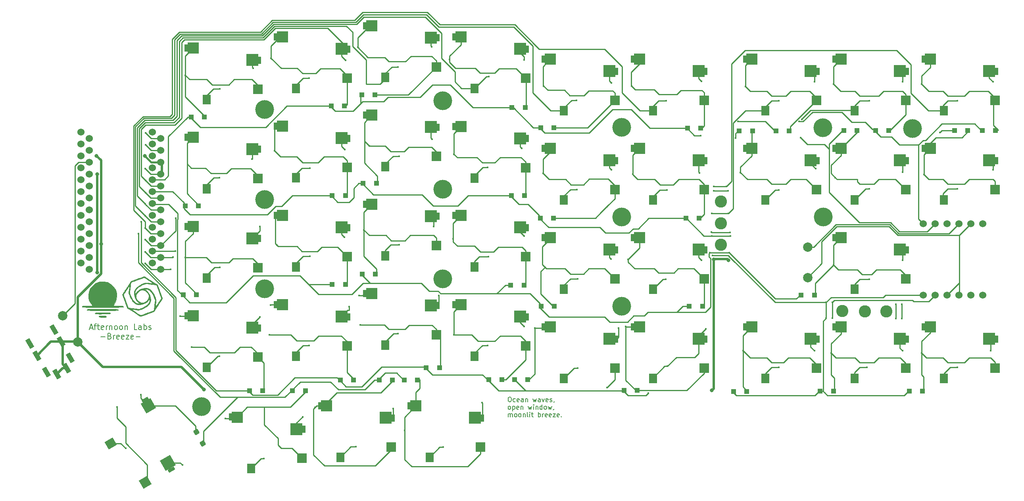
<source format=gtl>
G04 #@! TF.GenerationSoftware,KiCad,Pcbnew,7.0.10*
G04 #@! TF.CreationDate,2024-03-31T17:07:34-04:00*
G04 #@! TF.ProjectId,Breeze,42726565-7a65-42e6-9b69-6361645f7063,Rev1.2*
G04 #@! TF.SameCoordinates,Original*
G04 #@! TF.FileFunction,Copper,L1,Top*
G04 #@! TF.FilePolarity,Positive*
%FSLAX46Y46*%
G04 Gerber Fmt 4.6, Leading zero omitted, Abs format (unit mm)*
G04 Created by KiCad (PCBNEW 7.0.10) date 2024-03-31 17:07:34*
%MOMM*%
%LPD*%
G01*
G04 APERTURE LIST*
G04 Aperture macros list*
%AMRoundRect*
0 Rectangle with rounded corners*
0 $1 Rounding radius*
0 $2 $3 $4 $5 $6 $7 $8 $9 X,Y pos of 4 corners*
0 Add a 4 corners polygon primitive as box body*
4,1,4,$2,$3,$4,$5,$6,$7,$8,$9,$2,$3,0*
0 Add four circle primitives for the rounded corners*
1,1,$1+$1,$2,$3*
1,1,$1+$1,$4,$5*
1,1,$1+$1,$6,$7*
1,1,$1+$1,$8,$9*
0 Add four rect primitives between the rounded corners*
20,1,$1+$1,$2,$3,$4,$5,0*
20,1,$1+$1,$4,$5,$6,$7,0*
20,1,$1+$1,$6,$7,$8,$9,0*
20,1,$1+$1,$8,$9,$2,$3,0*%
%AMRotRect*
0 Rectangle, with rotation*
0 The origin of the aperture is its center*
0 $1 length*
0 $2 width*
0 $3 Rotation angle, in degrees counterclockwise*
0 Add horizontal line*
21,1,$1,$2,0,0,$3*%
G04 Aperture macros list end*
%ADD10C,0.200000*%
G04 #@! TA.AperFunction,NonConductor*
%ADD11C,0.200000*%
G04 #@! TD*
%ADD12C,0.150000*%
G04 #@! TA.AperFunction,NonConductor*
%ADD13C,0.150000*%
G04 #@! TD*
G04 #@! TA.AperFunction,EtchedComponent*
%ADD14C,0.010000*%
G04 #@! TD*
G04 #@! TA.AperFunction,SMDPad,CuDef*
%ADD15RoundRect,0.250000X-0.300000X-0.300000X0.300000X-0.300000X0.300000X0.300000X-0.300000X0.300000X0*%
G04 #@! TD*
G04 #@! TA.AperFunction,SMDPad,CuDef*
%ADD16RoundRect,0.250000X0.409808X-0.109808X0.109808X0.409808X-0.409808X0.109808X-0.109808X-0.409808X0*%
G04 #@! TD*
G04 #@! TA.AperFunction,ComponentPad*
%ADD17C,2.000000*%
G04 #@! TD*
G04 #@! TA.AperFunction,ComponentPad*
%ADD18RotRect,1.000000X2.100000X30.000000*%
G04 #@! TD*
G04 #@! TA.AperFunction,ComponentPad*
%ADD19C,1.524000*%
G04 #@! TD*
G04 #@! TA.AperFunction,SMDPad,CuDef*
%ADD20R,0.700000X1.500000*%
G04 #@! TD*
G04 #@! TA.AperFunction,SMDPad,CuDef*
%ADD21R,2.400000X2.400000*%
G04 #@! TD*
G04 #@! TA.AperFunction,SMDPad,CuDef*
%ADD22R,2.000000X2.000000*%
G04 #@! TD*
G04 #@! TA.AperFunction,SMDPad,CuDef*
%ADD23R,1.800000X2.000000*%
G04 #@! TD*
G04 #@! TA.AperFunction,SMDPad,CuDef*
%ADD24R,2.500000X2.500000*%
G04 #@! TD*
G04 #@! TA.AperFunction,SMDPad,CuDef*
%ADD25RotRect,0.700000X1.500000X300.000000*%
G04 #@! TD*
G04 #@! TA.AperFunction,SMDPad,CuDef*
%ADD26RotRect,2.400000X2.400000X120.000000*%
G04 #@! TD*
G04 #@! TA.AperFunction,SMDPad,CuDef*
%ADD27RotRect,2.000000X2.000000X120.000000*%
G04 #@! TD*
G04 #@! TA.AperFunction,SMDPad,CuDef*
%ADD28RotRect,1.800000X2.000000X120.000000*%
G04 #@! TD*
G04 #@! TA.AperFunction,SMDPad,CuDef*
%ADD29RotRect,2.500000X2.500000X120.000000*%
G04 #@! TD*
G04 #@! TA.AperFunction,ComponentPad*
%ADD30C,4.000000*%
G04 #@! TD*
G04 #@! TA.AperFunction,ComponentPad*
%ADD31C,2.600000*%
G04 #@! TD*
G04 #@! TA.AperFunction,ViaPad*
%ADD32C,0.800000*%
G04 #@! TD*
G04 #@! TA.AperFunction,ViaPad*
%ADD33C,0.400000*%
G04 #@! TD*
G04 #@! TA.AperFunction,Conductor*
%ADD34C,0.250000*%
G04 #@! TD*
G04 #@! TA.AperFunction,Conductor*
%ADD35C,0.500000*%
G04 #@! TD*
G04 #@! TA.AperFunction,Conductor*
%ADD36C,0.400000*%
G04 #@! TD*
G04 APERTURE END LIST*
D10*
D11*
X118608144Y-162844885D02*
X119179573Y-162844885D01*
X118493858Y-163187742D02*
X118893858Y-161987742D01*
X118893858Y-161987742D02*
X119293858Y-163187742D01*
X119522429Y-162387742D02*
X119979572Y-162387742D01*
X119693858Y-163187742D02*
X119693858Y-162159171D01*
X119693858Y-162159171D02*
X119751001Y-162044885D01*
X119751001Y-162044885D02*
X119865286Y-161987742D01*
X119865286Y-161987742D02*
X119979572Y-161987742D01*
X120208143Y-162387742D02*
X120665286Y-162387742D01*
X120379572Y-161987742D02*
X120379572Y-163016314D01*
X120379572Y-163016314D02*
X120436715Y-163130600D01*
X120436715Y-163130600D02*
X120551000Y-163187742D01*
X120551000Y-163187742D02*
X120665286Y-163187742D01*
X121522429Y-163130600D02*
X121408143Y-163187742D01*
X121408143Y-163187742D02*
X121179572Y-163187742D01*
X121179572Y-163187742D02*
X121065286Y-163130600D01*
X121065286Y-163130600D02*
X121008143Y-163016314D01*
X121008143Y-163016314D02*
X121008143Y-162559171D01*
X121008143Y-162559171D02*
X121065286Y-162444885D01*
X121065286Y-162444885D02*
X121179572Y-162387742D01*
X121179572Y-162387742D02*
X121408143Y-162387742D01*
X121408143Y-162387742D02*
X121522429Y-162444885D01*
X121522429Y-162444885D02*
X121579572Y-162559171D01*
X121579572Y-162559171D02*
X121579572Y-162673457D01*
X121579572Y-162673457D02*
X121008143Y-162787742D01*
X122093857Y-163187742D02*
X122093857Y-162387742D01*
X122093857Y-162616314D02*
X122151000Y-162502028D01*
X122151000Y-162502028D02*
X122208143Y-162444885D01*
X122208143Y-162444885D02*
X122322428Y-162387742D01*
X122322428Y-162387742D02*
X122436714Y-162387742D01*
X122836714Y-162387742D02*
X122836714Y-163187742D01*
X122836714Y-162502028D02*
X122893857Y-162444885D01*
X122893857Y-162444885D02*
X123008142Y-162387742D01*
X123008142Y-162387742D02*
X123179571Y-162387742D01*
X123179571Y-162387742D02*
X123293857Y-162444885D01*
X123293857Y-162444885D02*
X123351000Y-162559171D01*
X123351000Y-162559171D02*
X123351000Y-163187742D01*
X124093856Y-163187742D02*
X123979571Y-163130600D01*
X123979571Y-163130600D02*
X123922428Y-163073457D01*
X123922428Y-163073457D02*
X123865285Y-162959171D01*
X123865285Y-162959171D02*
X123865285Y-162616314D01*
X123865285Y-162616314D02*
X123922428Y-162502028D01*
X123922428Y-162502028D02*
X123979571Y-162444885D01*
X123979571Y-162444885D02*
X124093856Y-162387742D01*
X124093856Y-162387742D02*
X124265285Y-162387742D01*
X124265285Y-162387742D02*
X124379571Y-162444885D01*
X124379571Y-162444885D02*
X124436714Y-162502028D01*
X124436714Y-162502028D02*
X124493856Y-162616314D01*
X124493856Y-162616314D02*
X124493856Y-162959171D01*
X124493856Y-162959171D02*
X124436714Y-163073457D01*
X124436714Y-163073457D02*
X124379571Y-163130600D01*
X124379571Y-163130600D02*
X124265285Y-163187742D01*
X124265285Y-163187742D02*
X124093856Y-163187742D01*
X125179570Y-163187742D02*
X125065285Y-163130600D01*
X125065285Y-163130600D02*
X125008142Y-163073457D01*
X125008142Y-163073457D02*
X124950999Y-162959171D01*
X124950999Y-162959171D02*
X124950999Y-162616314D01*
X124950999Y-162616314D02*
X125008142Y-162502028D01*
X125008142Y-162502028D02*
X125065285Y-162444885D01*
X125065285Y-162444885D02*
X125179570Y-162387742D01*
X125179570Y-162387742D02*
X125350999Y-162387742D01*
X125350999Y-162387742D02*
X125465285Y-162444885D01*
X125465285Y-162444885D02*
X125522428Y-162502028D01*
X125522428Y-162502028D02*
X125579570Y-162616314D01*
X125579570Y-162616314D02*
X125579570Y-162959171D01*
X125579570Y-162959171D02*
X125522428Y-163073457D01*
X125522428Y-163073457D02*
X125465285Y-163130600D01*
X125465285Y-163130600D02*
X125350999Y-163187742D01*
X125350999Y-163187742D02*
X125179570Y-163187742D01*
X126093856Y-162387742D02*
X126093856Y-163187742D01*
X126093856Y-162502028D02*
X126150999Y-162444885D01*
X126150999Y-162444885D02*
X126265284Y-162387742D01*
X126265284Y-162387742D02*
X126436713Y-162387742D01*
X126436713Y-162387742D02*
X126550999Y-162444885D01*
X126550999Y-162444885D02*
X126608142Y-162559171D01*
X126608142Y-162559171D02*
X126608142Y-163187742D01*
X128665284Y-163187742D02*
X128093856Y-163187742D01*
X128093856Y-163187742D02*
X128093856Y-161987742D01*
X129579571Y-163187742D02*
X129579571Y-162559171D01*
X129579571Y-162559171D02*
X129522428Y-162444885D01*
X129522428Y-162444885D02*
X129408142Y-162387742D01*
X129408142Y-162387742D02*
X129179571Y-162387742D01*
X129179571Y-162387742D02*
X129065285Y-162444885D01*
X129579571Y-163130600D02*
X129465285Y-163187742D01*
X129465285Y-163187742D02*
X129179571Y-163187742D01*
X129179571Y-163187742D02*
X129065285Y-163130600D01*
X129065285Y-163130600D02*
X129008142Y-163016314D01*
X129008142Y-163016314D02*
X129008142Y-162902028D01*
X129008142Y-162902028D02*
X129065285Y-162787742D01*
X129065285Y-162787742D02*
X129179571Y-162730600D01*
X129179571Y-162730600D02*
X129465285Y-162730600D01*
X129465285Y-162730600D02*
X129579571Y-162673457D01*
X130150999Y-163187742D02*
X130150999Y-161987742D01*
X130150999Y-162444885D02*
X130265285Y-162387742D01*
X130265285Y-162387742D02*
X130493856Y-162387742D01*
X130493856Y-162387742D02*
X130608142Y-162444885D01*
X130608142Y-162444885D02*
X130665285Y-162502028D01*
X130665285Y-162502028D02*
X130722427Y-162616314D01*
X130722427Y-162616314D02*
X130722427Y-162959171D01*
X130722427Y-162959171D02*
X130665285Y-163073457D01*
X130665285Y-163073457D02*
X130608142Y-163130600D01*
X130608142Y-163130600D02*
X130493856Y-163187742D01*
X130493856Y-163187742D02*
X130265285Y-163187742D01*
X130265285Y-163187742D02*
X130150999Y-163130600D01*
X131179570Y-163130600D02*
X131293856Y-163187742D01*
X131293856Y-163187742D02*
X131522427Y-163187742D01*
X131522427Y-163187742D02*
X131636713Y-163130600D01*
X131636713Y-163130600D02*
X131693856Y-163016314D01*
X131693856Y-163016314D02*
X131693856Y-162959171D01*
X131693856Y-162959171D02*
X131636713Y-162844885D01*
X131636713Y-162844885D02*
X131522427Y-162787742D01*
X131522427Y-162787742D02*
X131350999Y-162787742D01*
X131350999Y-162787742D02*
X131236713Y-162730600D01*
X131236713Y-162730600D02*
X131179570Y-162616314D01*
X131179570Y-162616314D02*
X131179570Y-162559171D01*
X131179570Y-162559171D02*
X131236713Y-162444885D01*
X131236713Y-162444885D02*
X131350999Y-162387742D01*
X131350999Y-162387742D02*
X131522427Y-162387742D01*
X131522427Y-162387742D02*
X131636713Y-162444885D01*
D10*
D11*
X120951001Y-164762600D02*
X121865287Y-164762600D01*
X122836715Y-164591171D02*
X123008143Y-164648314D01*
X123008143Y-164648314D02*
X123065286Y-164705457D01*
X123065286Y-164705457D02*
X123122429Y-164819742D01*
X123122429Y-164819742D02*
X123122429Y-164991171D01*
X123122429Y-164991171D02*
X123065286Y-165105457D01*
X123065286Y-165105457D02*
X123008143Y-165162600D01*
X123008143Y-165162600D02*
X122893858Y-165219742D01*
X122893858Y-165219742D02*
X122436715Y-165219742D01*
X122436715Y-165219742D02*
X122436715Y-164019742D01*
X122436715Y-164019742D02*
X122836715Y-164019742D01*
X122836715Y-164019742D02*
X122951001Y-164076885D01*
X122951001Y-164076885D02*
X123008143Y-164134028D01*
X123008143Y-164134028D02*
X123065286Y-164248314D01*
X123065286Y-164248314D02*
X123065286Y-164362600D01*
X123065286Y-164362600D02*
X123008143Y-164476885D01*
X123008143Y-164476885D02*
X122951001Y-164534028D01*
X122951001Y-164534028D02*
X122836715Y-164591171D01*
X122836715Y-164591171D02*
X122436715Y-164591171D01*
X123636715Y-165219742D02*
X123636715Y-164419742D01*
X123636715Y-164648314D02*
X123693858Y-164534028D01*
X123693858Y-164534028D02*
X123751001Y-164476885D01*
X123751001Y-164476885D02*
X123865286Y-164419742D01*
X123865286Y-164419742D02*
X123979572Y-164419742D01*
X124836715Y-165162600D02*
X124722429Y-165219742D01*
X124722429Y-165219742D02*
X124493858Y-165219742D01*
X124493858Y-165219742D02*
X124379572Y-165162600D01*
X124379572Y-165162600D02*
X124322429Y-165048314D01*
X124322429Y-165048314D02*
X124322429Y-164591171D01*
X124322429Y-164591171D02*
X124379572Y-164476885D01*
X124379572Y-164476885D02*
X124493858Y-164419742D01*
X124493858Y-164419742D02*
X124722429Y-164419742D01*
X124722429Y-164419742D02*
X124836715Y-164476885D01*
X124836715Y-164476885D02*
X124893858Y-164591171D01*
X124893858Y-164591171D02*
X124893858Y-164705457D01*
X124893858Y-164705457D02*
X124322429Y-164819742D01*
X125865286Y-165162600D02*
X125751000Y-165219742D01*
X125751000Y-165219742D02*
X125522429Y-165219742D01*
X125522429Y-165219742D02*
X125408143Y-165162600D01*
X125408143Y-165162600D02*
X125351000Y-165048314D01*
X125351000Y-165048314D02*
X125351000Y-164591171D01*
X125351000Y-164591171D02*
X125408143Y-164476885D01*
X125408143Y-164476885D02*
X125522429Y-164419742D01*
X125522429Y-164419742D02*
X125751000Y-164419742D01*
X125751000Y-164419742D02*
X125865286Y-164476885D01*
X125865286Y-164476885D02*
X125922429Y-164591171D01*
X125922429Y-164591171D02*
X125922429Y-164705457D01*
X125922429Y-164705457D02*
X125351000Y-164819742D01*
X126322428Y-164419742D02*
X126951000Y-164419742D01*
X126951000Y-164419742D02*
X126322428Y-165219742D01*
X126322428Y-165219742D02*
X126951000Y-165219742D01*
X127865286Y-165162600D02*
X127751000Y-165219742D01*
X127751000Y-165219742D02*
X127522429Y-165219742D01*
X127522429Y-165219742D02*
X127408143Y-165162600D01*
X127408143Y-165162600D02*
X127351000Y-165048314D01*
X127351000Y-165048314D02*
X127351000Y-164591171D01*
X127351000Y-164591171D02*
X127408143Y-164476885D01*
X127408143Y-164476885D02*
X127522429Y-164419742D01*
X127522429Y-164419742D02*
X127751000Y-164419742D01*
X127751000Y-164419742D02*
X127865286Y-164476885D01*
X127865286Y-164476885D02*
X127922429Y-164591171D01*
X127922429Y-164591171D02*
X127922429Y-164705457D01*
X127922429Y-164705457D02*
X127351000Y-164819742D01*
X128436714Y-164762600D02*
X129351000Y-164762600D01*
D12*
D13*
X208117255Y-177611819D02*
X208307731Y-177611819D01*
X208307731Y-177611819D02*
X208402969Y-177659438D01*
X208402969Y-177659438D02*
X208498207Y-177754676D01*
X208498207Y-177754676D02*
X208545826Y-177945152D01*
X208545826Y-177945152D02*
X208545826Y-178278485D01*
X208545826Y-178278485D02*
X208498207Y-178468961D01*
X208498207Y-178468961D02*
X208402969Y-178564200D01*
X208402969Y-178564200D02*
X208307731Y-178611819D01*
X208307731Y-178611819D02*
X208117255Y-178611819D01*
X208117255Y-178611819D02*
X208022017Y-178564200D01*
X208022017Y-178564200D02*
X207926779Y-178468961D01*
X207926779Y-178468961D02*
X207879160Y-178278485D01*
X207879160Y-178278485D02*
X207879160Y-177945152D01*
X207879160Y-177945152D02*
X207926779Y-177754676D01*
X207926779Y-177754676D02*
X208022017Y-177659438D01*
X208022017Y-177659438D02*
X208117255Y-177611819D01*
X209402969Y-178564200D02*
X209307731Y-178611819D01*
X209307731Y-178611819D02*
X209117255Y-178611819D01*
X209117255Y-178611819D02*
X209022017Y-178564200D01*
X209022017Y-178564200D02*
X208974398Y-178516580D01*
X208974398Y-178516580D02*
X208926779Y-178421342D01*
X208926779Y-178421342D02*
X208926779Y-178135628D01*
X208926779Y-178135628D02*
X208974398Y-178040390D01*
X208974398Y-178040390D02*
X209022017Y-177992771D01*
X209022017Y-177992771D02*
X209117255Y-177945152D01*
X209117255Y-177945152D02*
X209307731Y-177945152D01*
X209307731Y-177945152D02*
X209402969Y-177992771D01*
X210212493Y-178564200D02*
X210117255Y-178611819D01*
X210117255Y-178611819D02*
X209926779Y-178611819D01*
X209926779Y-178611819D02*
X209831541Y-178564200D01*
X209831541Y-178564200D02*
X209783922Y-178468961D01*
X209783922Y-178468961D02*
X209783922Y-178088009D01*
X209783922Y-178088009D02*
X209831541Y-177992771D01*
X209831541Y-177992771D02*
X209926779Y-177945152D01*
X209926779Y-177945152D02*
X210117255Y-177945152D01*
X210117255Y-177945152D02*
X210212493Y-177992771D01*
X210212493Y-177992771D02*
X210260112Y-178088009D01*
X210260112Y-178088009D02*
X210260112Y-178183247D01*
X210260112Y-178183247D02*
X209783922Y-178278485D01*
X211117255Y-178611819D02*
X211117255Y-178088009D01*
X211117255Y-178088009D02*
X211069636Y-177992771D01*
X211069636Y-177992771D02*
X210974398Y-177945152D01*
X210974398Y-177945152D02*
X210783922Y-177945152D01*
X210783922Y-177945152D02*
X210688684Y-177992771D01*
X211117255Y-178564200D02*
X211022017Y-178611819D01*
X211022017Y-178611819D02*
X210783922Y-178611819D01*
X210783922Y-178611819D02*
X210688684Y-178564200D01*
X210688684Y-178564200D02*
X210641065Y-178468961D01*
X210641065Y-178468961D02*
X210641065Y-178373723D01*
X210641065Y-178373723D02*
X210688684Y-178278485D01*
X210688684Y-178278485D02*
X210783922Y-178230866D01*
X210783922Y-178230866D02*
X211022017Y-178230866D01*
X211022017Y-178230866D02*
X211117255Y-178183247D01*
X211593446Y-177945152D02*
X211593446Y-178611819D01*
X211593446Y-178040390D02*
X211641065Y-177992771D01*
X211641065Y-177992771D02*
X211736303Y-177945152D01*
X211736303Y-177945152D02*
X211879160Y-177945152D01*
X211879160Y-177945152D02*
X211974398Y-177992771D01*
X211974398Y-177992771D02*
X212022017Y-178088009D01*
X212022017Y-178088009D02*
X212022017Y-178611819D01*
X213164875Y-177945152D02*
X213355351Y-178611819D01*
X213355351Y-178611819D02*
X213545827Y-178135628D01*
X213545827Y-178135628D02*
X213736303Y-178611819D01*
X213736303Y-178611819D02*
X213926779Y-177945152D01*
X214736303Y-178611819D02*
X214736303Y-178088009D01*
X214736303Y-178088009D02*
X214688684Y-177992771D01*
X214688684Y-177992771D02*
X214593446Y-177945152D01*
X214593446Y-177945152D02*
X214402970Y-177945152D01*
X214402970Y-177945152D02*
X214307732Y-177992771D01*
X214736303Y-178564200D02*
X214641065Y-178611819D01*
X214641065Y-178611819D02*
X214402970Y-178611819D01*
X214402970Y-178611819D02*
X214307732Y-178564200D01*
X214307732Y-178564200D02*
X214260113Y-178468961D01*
X214260113Y-178468961D02*
X214260113Y-178373723D01*
X214260113Y-178373723D02*
X214307732Y-178278485D01*
X214307732Y-178278485D02*
X214402970Y-178230866D01*
X214402970Y-178230866D02*
X214641065Y-178230866D01*
X214641065Y-178230866D02*
X214736303Y-178183247D01*
X215117256Y-177945152D02*
X215355351Y-178611819D01*
X215355351Y-178611819D02*
X215593446Y-177945152D01*
X216355351Y-178564200D02*
X216260113Y-178611819D01*
X216260113Y-178611819D02*
X216069637Y-178611819D01*
X216069637Y-178611819D02*
X215974399Y-178564200D01*
X215974399Y-178564200D02*
X215926780Y-178468961D01*
X215926780Y-178468961D02*
X215926780Y-178088009D01*
X215926780Y-178088009D02*
X215974399Y-177992771D01*
X215974399Y-177992771D02*
X216069637Y-177945152D01*
X216069637Y-177945152D02*
X216260113Y-177945152D01*
X216260113Y-177945152D02*
X216355351Y-177992771D01*
X216355351Y-177992771D02*
X216402970Y-178088009D01*
X216402970Y-178088009D02*
X216402970Y-178183247D01*
X216402970Y-178183247D02*
X215926780Y-178278485D01*
X216783923Y-178564200D02*
X216879161Y-178611819D01*
X216879161Y-178611819D02*
X217069637Y-178611819D01*
X217069637Y-178611819D02*
X217164875Y-178564200D01*
X217164875Y-178564200D02*
X217212494Y-178468961D01*
X217212494Y-178468961D02*
X217212494Y-178421342D01*
X217212494Y-178421342D02*
X217164875Y-178326104D01*
X217164875Y-178326104D02*
X217069637Y-178278485D01*
X217069637Y-178278485D02*
X216926780Y-178278485D01*
X216926780Y-178278485D02*
X216831542Y-178230866D01*
X216831542Y-178230866D02*
X216783923Y-178135628D01*
X216783923Y-178135628D02*
X216783923Y-178088009D01*
X216783923Y-178088009D02*
X216831542Y-177992771D01*
X216831542Y-177992771D02*
X216926780Y-177945152D01*
X216926780Y-177945152D02*
X217069637Y-177945152D01*
X217069637Y-177945152D02*
X217164875Y-177992771D01*
X217688685Y-178564200D02*
X217688685Y-178611819D01*
X217688685Y-178611819D02*
X217641066Y-178707057D01*
X217641066Y-178707057D02*
X217593447Y-178754676D01*
X208069636Y-180221819D02*
X207974398Y-180174200D01*
X207974398Y-180174200D02*
X207926779Y-180126580D01*
X207926779Y-180126580D02*
X207879160Y-180031342D01*
X207879160Y-180031342D02*
X207879160Y-179745628D01*
X207879160Y-179745628D02*
X207926779Y-179650390D01*
X207926779Y-179650390D02*
X207974398Y-179602771D01*
X207974398Y-179602771D02*
X208069636Y-179555152D01*
X208069636Y-179555152D02*
X208212493Y-179555152D01*
X208212493Y-179555152D02*
X208307731Y-179602771D01*
X208307731Y-179602771D02*
X208355350Y-179650390D01*
X208355350Y-179650390D02*
X208402969Y-179745628D01*
X208402969Y-179745628D02*
X208402969Y-180031342D01*
X208402969Y-180031342D02*
X208355350Y-180126580D01*
X208355350Y-180126580D02*
X208307731Y-180174200D01*
X208307731Y-180174200D02*
X208212493Y-180221819D01*
X208212493Y-180221819D02*
X208069636Y-180221819D01*
X208831541Y-179555152D02*
X208831541Y-180555152D01*
X208831541Y-179602771D02*
X208926779Y-179555152D01*
X208926779Y-179555152D02*
X209117255Y-179555152D01*
X209117255Y-179555152D02*
X209212493Y-179602771D01*
X209212493Y-179602771D02*
X209260112Y-179650390D01*
X209260112Y-179650390D02*
X209307731Y-179745628D01*
X209307731Y-179745628D02*
X209307731Y-180031342D01*
X209307731Y-180031342D02*
X209260112Y-180126580D01*
X209260112Y-180126580D02*
X209212493Y-180174200D01*
X209212493Y-180174200D02*
X209117255Y-180221819D01*
X209117255Y-180221819D02*
X208926779Y-180221819D01*
X208926779Y-180221819D02*
X208831541Y-180174200D01*
X210117255Y-180174200D02*
X210022017Y-180221819D01*
X210022017Y-180221819D02*
X209831541Y-180221819D01*
X209831541Y-180221819D02*
X209736303Y-180174200D01*
X209736303Y-180174200D02*
X209688684Y-180078961D01*
X209688684Y-180078961D02*
X209688684Y-179698009D01*
X209688684Y-179698009D02*
X209736303Y-179602771D01*
X209736303Y-179602771D02*
X209831541Y-179555152D01*
X209831541Y-179555152D02*
X210022017Y-179555152D01*
X210022017Y-179555152D02*
X210117255Y-179602771D01*
X210117255Y-179602771D02*
X210164874Y-179698009D01*
X210164874Y-179698009D02*
X210164874Y-179793247D01*
X210164874Y-179793247D02*
X209688684Y-179888485D01*
X210593446Y-179555152D02*
X210593446Y-180221819D01*
X210593446Y-179650390D02*
X210641065Y-179602771D01*
X210641065Y-179602771D02*
X210736303Y-179555152D01*
X210736303Y-179555152D02*
X210879160Y-179555152D01*
X210879160Y-179555152D02*
X210974398Y-179602771D01*
X210974398Y-179602771D02*
X211022017Y-179698009D01*
X211022017Y-179698009D02*
X211022017Y-180221819D01*
X212164875Y-179555152D02*
X212355351Y-180221819D01*
X212355351Y-180221819D02*
X212545827Y-179745628D01*
X212545827Y-179745628D02*
X212736303Y-180221819D01*
X212736303Y-180221819D02*
X212926779Y-179555152D01*
X213307732Y-180221819D02*
X213307732Y-179555152D01*
X213307732Y-179221819D02*
X213260113Y-179269438D01*
X213260113Y-179269438D02*
X213307732Y-179317057D01*
X213307732Y-179317057D02*
X213355351Y-179269438D01*
X213355351Y-179269438D02*
X213307732Y-179221819D01*
X213307732Y-179221819D02*
X213307732Y-179317057D01*
X213783922Y-179555152D02*
X213783922Y-180221819D01*
X213783922Y-179650390D02*
X213831541Y-179602771D01*
X213831541Y-179602771D02*
X213926779Y-179555152D01*
X213926779Y-179555152D02*
X214069636Y-179555152D01*
X214069636Y-179555152D02*
X214164874Y-179602771D01*
X214164874Y-179602771D02*
X214212493Y-179698009D01*
X214212493Y-179698009D02*
X214212493Y-180221819D01*
X215117255Y-180221819D02*
X215117255Y-179221819D01*
X215117255Y-180174200D02*
X215022017Y-180221819D01*
X215022017Y-180221819D02*
X214831541Y-180221819D01*
X214831541Y-180221819D02*
X214736303Y-180174200D01*
X214736303Y-180174200D02*
X214688684Y-180126580D01*
X214688684Y-180126580D02*
X214641065Y-180031342D01*
X214641065Y-180031342D02*
X214641065Y-179745628D01*
X214641065Y-179745628D02*
X214688684Y-179650390D01*
X214688684Y-179650390D02*
X214736303Y-179602771D01*
X214736303Y-179602771D02*
X214831541Y-179555152D01*
X214831541Y-179555152D02*
X215022017Y-179555152D01*
X215022017Y-179555152D02*
X215117255Y-179602771D01*
X215736303Y-180221819D02*
X215641065Y-180174200D01*
X215641065Y-180174200D02*
X215593446Y-180126580D01*
X215593446Y-180126580D02*
X215545827Y-180031342D01*
X215545827Y-180031342D02*
X215545827Y-179745628D01*
X215545827Y-179745628D02*
X215593446Y-179650390D01*
X215593446Y-179650390D02*
X215641065Y-179602771D01*
X215641065Y-179602771D02*
X215736303Y-179555152D01*
X215736303Y-179555152D02*
X215879160Y-179555152D01*
X215879160Y-179555152D02*
X215974398Y-179602771D01*
X215974398Y-179602771D02*
X216022017Y-179650390D01*
X216022017Y-179650390D02*
X216069636Y-179745628D01*
X216069636Y-179745628D02*
X216069636Y-180031342D01*
X216069636Y-180031342D02*
X216022017Y-180126580D01*
X216022017Y-180126580D02*
X215974398Y-180174200D01*
X215974398Y-180174200D02*
X215879160Y-180221819D01*
X215879160Y-180221819D02*
X215736303Y-180221819D01*
X216402970Y-179555152D02*
X216593446Y-180221819D01*
X216593446Y-180221819D02*
X216783922Y-179745628D01*
X216783922Y-179745628D02*
X216974398Y-180221819D01*
X216974398Y-180221819D02*
X217164874Y-179555152D01*
X217593446Y-180174200D02*
X217593446Y-180221819D01*
X217593446Y-180221819D02*
X217545827Y-180317057D01*
X217545827Y-180317057D02*
X217498208Y-180364676D01*
X207926779Y-181831819D02*
X207926779Y-181165152D01*
X207926779Y-181260390D02*
X207974398Y-181212771D01*
X207974398Y-181212771D02*
X208069636Y-181165152D01*
X208069636Y-181165152D02*
X208212493Y-181165152D01*
X208212493Y-181165152D02*
X208307731Y-181212771D01*
X208307731Y-181212771D02*
X208355350Y-181308009D01*
X208355350Y-181308009D02*
X208355350Y-181831819D01*
X208355350Y-181308009D02*
X208402969Y-181212771D01*
X208402969Y-181212771D02*
X208498207Y-181165152D01*
X208498207Y-181165152D02*
X208641064Y-181165152D01*
X208641064Y-181165152D02*
X208736303Y-181212771D01*
X208736303Y-181212771D02*
X208783922Y-181308009D01*
X208783922Y-181308009D02*
X208783922Y-181831819D01*
X209402969Y-181831819D02*
X209307731Y-181784200D01*
X209307731Y-181784200D02*
X209260112Y-181736580D01*
X209260112Y-181736580D02*
X209212493Y-181641342D01*
X209212493Y-181641342D02*
X209212493Y-181355628D01*
X209212493Y-181355628D02*
X209260112Y-181260390D01*
X209260112Y-181260390D02*
X209307731Y-181212771D01*
X209307731Y-181212771D02*
X209402969Y-181165152D01*
X209402969Y-181165152D02*
X209545826Y-181165152D01*
X209545826Y-181165152D02*
X209641064Y-181212771D01*
X209641064Y-181212771D02*
X209688683Y-181260390D01*
X209688683Y-181260390D02*
X209736302Y-181355628D01*
X209736302Y-181355628D02*
X209736302Y-181641342D01*
X209736302Y-181641342D02*
X209688683Y-181736580D01*
X209688683Y-181736580D02*
X209641064Y-181784200D01*
X209641064Y-181784200D02*
X209545826Y-181831819D01*
X209545826Y-181831819D02*
X209402969Y-181831819D01*
X210307731Y-181831819D02*
X210212493Y-181784200D01*
X210212493Y-181784200D02*
X210164874Y-181736580D01*
X210164874Y-181736580D02*
X210117255Y-181641342D01*
X210117255Y-181641342D02*
X210117255Y-181355628D01*
X210117255Y-181355628D02*
X210164874Y-181260390D01*
X210164874Y-181260390D02*
X210212493Y-181212771D01*
X210212493Y-181212771D02*
X210307731Y-181165152D01*
X210307731Y-181165152D02*
X210450588Y-181165152D01*
X210450588Y-181165152D02*
X210545826Y-181212771D01*
X210545826Y-181212771D02*
X210593445Y-181260390D01*
X210593445Y-181260390D02*
X210641064Y-181355628D01*
X210641064Y-181355628D02*
X210641064Y-181641342D01*
X210641064Y-181641342D02*
X210593445Y-181736580D01*
X210593445Y-181736580D02*
X210545826Y-181784200D01*
X210545826Y-181784200D02*
X210450588Y-181831819D01*
X210450588Y-181831819D02*
X210307731Y-181831819D01*
X211069636Y-181165152D02*
X211069636Y-181831819D01*
X211069636Y-181260390D02*
X211117255Y-181212771D01*
X211117255Y-181212771D02*
X211212493Y-181165152D01*
X211212493Y-181165152D02*
X211355350Y-181165152D01*
X211355350Y-181165152D02*
X211450588Y-181212771D01*
X211450588Y-181212771D02*
X211498207Y-181308009D01*
X211498207Y-181308009D02*
X211498207Y-181831819D01*
X212117255Y-181831819D02*
X212022017Y-181784200D01*
X212022017Y-181784200D02*
X211974398Y-181688961D01*
X211974398Y-181688961D02*
X211974398Y-180831819D01*
X212498208Y-181831819D02*
X212498208Y-181165152D01*
X212498208Y-180831819D02*
X212450589Y-180879438D01*
X212450589Y-180879438D02*
X212498208Y-180927057D01*
X212498208Y-180927057D02*
X212545827Y-180879438D01*
X212545827Y-180879438D02*
X212498208Y-180831819D01*
X212498208Y-180831819D02*
X212498208Y-180927057D01*
X212831541Y-181165152D02*
X213212493Y-181165152D01*
X212974398Y-180831819D02*
X212974398Y-181688961D01*
X212974398Y-181688961D02*
X213022017Y-181784200D01*
X213022017Y-181784200D02*
X213117255Y-181831819D01*
X213117255Y-181831819D02*
X213212493Y-181831819D01*
X214307732Y-181831819D02*
X214307732Y-180831819D01*
X214307732Y-181212771D02*
X214402970Y-181165152D01*
X214402970Y-181165152D02*
X214593446Y-181165152D01*
X214593446Y-181165152D02*
X214688684Y-181212771D01*
X214688684Y-181212771D02*
X214736303Y-181260390D01*
X214736303Y-181260390D02*
X214783922Y-181355628D01*
X214783922Y-181355628D02*
X214783922Y-181641342D01*
X214783922Y-181641342D02*
X214736303Y-181736580D01*
X214736303Y-181736580D02*
X214688684Y-181784200D01*
X214688684Y-181784200D02*
X214593446Y-181831819D01*
X214593446Y-181831819D02*
X214402970Y-181831819D01*
X214402970Y-181831819D02*
X214307732Y-181784200D01*
X215212494Y-181831819D02*
X215212494Y-181165152D01*
X215212494Y-181355628D02*
X215260113Y-181260390D01*
X215260113Y-181260390D02*
X215307732Y-181212771D01*
X215307732Y-181212771D02*
X215402970Y-181165152D01*
X215402970Y-181165152D02*
X215498208Y-181165152D01*
X216212494Y-181784200D02*
X216117256Y-181831819D01*
X216117256Y-181831819D02*
X215926780Y-181831819D01*
X215926780Y-181831819D02*
X215831542Y-181784200D01*
X215831542Y-181784200D02*
X215783923Y-181688961D01*
X215783923Y-181688961D02*
X215783923Y-181308009D01*
X215783923Y-181308009D02*
X215831542Y-181212771D01*
X215831542Y-181212771D02*
X215926780Y-181165152D01*
X215926780Y-181165152D02*
X216117256Y-181165152D01*
X216117256Y-181165152D02*
X216212494Y-181212771D01*
X216212494Y-181212771D02*
X216260113Y-181308009D01*
X216260113Y-181308009D02*
X216260113Y-181403247D01*
X216260113Y-181403247D02*
X215783923Y-181498485D01*
X217069637Y-181784200D02*
X216974399Y-181831819D01*
X216974399Y-181831819D02*
X216783923Y-181831819D01*
X216783923Y-181831819D02*
X216688685Y-181784200D01*
X216688685Y-181784200D02*
X216641066Y-181688961D01*
X216641066Y-181688961D02*
X216641066Y-181308009D01*
X216641066Y-181308009D02*
X216688685Y-181212771D01*
X216688685Y-181212771D02*
X216783923Y-181165152D01*
X216783923Y-181165152D02*
X216974399Y-181165152D01*
X216974399Y-181165152D02*
X217069637Y-181212771D01*
X217069637Y-181212771D02*
X217117256Y-181308009D01*
X217117256Y-181308009D02*
X217117256Y-181403247D01*
X217117256Y-181403247D02*
X216641066Y-181498485D01*
X217450590Y-181165152D02*
X217974399Y-181165152D01*
X217974399Y-181165152D02*
X217450590Y-181831819D01*
X217450590Y-181831819D02*
X217974399Y-181831819D01*
X218736304Y-181784200D02*
X218641066Y-181831819D01*
X218641066Y-181831819D02*
X218450590Y-181831819D01*
X218450590Y-181831819D02*
X218355352Y-181784200D01*
X218355352Y-181784200D02*
X218307733Y-181688961D01*
X218307733Y-181688961D02*
X218307733Y-181308009D01*
X218307733Y-181308009D02*
X218355352Y-181212771D01*
X218355352Y-181212771D02*
X218450590Y-181165152D01*
X218450590Y-181165152D02*
X218641066Y-181165152D01*
X218641066Y-181165152D02*
X218736304Y-181212771D01*
X218736304Y-181212771D02*
X218783923Y-181308009D01*
X218783923Y-181308009D02*
X218783923Y-181403247D01*
X218783923Y-181403247D02*
X218307733Y-181498485D01*
X219212495Y-181736580D02*
X219260114Y-181784200D01*
X219260114Y-181784200D02*
X219212495Y-181831819D01*
X219212495Y-181831819D02*
X219164876Y-181784200D01*
X219164876Y-181784200D02*
X219212495Y-181736580D01*
X219212495Y-181736580D02*
X219212495Y-181831819D01*
D14*
X121376603Y-160255861D02*
X121732147Y-160273480D01*
X121951415Y-160301155D01*
X122067451Y-160346618D01*
X122113296Y-160417600D01*
X122115772Y-160428834D01*
X122112482Y-160499373D01*
X122049600Y-160543325D01*
X121896829Y-160566796D01*
X121623872Y-160575896D01*
X121380872Y-160577000D01*
X120997438Y-160566956D01*
X120718246Y-160539000D01*
X120572359Y-160496392D01*
X120560774Y-160484956D01*
X120541375Y-160368440D01*
X120659802Y-160292983D01*
X120925285Y-160255993D01*
X121347060Y-160254877D01*
X121376603Y-160255861D01*
G04 #@! TA.AperFunction,EtchedComponent*
G36*
X121376603Y-160255861D02*
G01*
X121732147Y-160273480D01*
X121951415Y-160301155D01*
X122067451Y-160346618D01*
X122113296Y-160417600D01*
X122115772Y-160428834D01*
X122112482Y-160499373D01*
X122049600Y-160543325D01*
X121896829Y-160566796D01*
X121623872Y-160575896D01*
X121380872Y-160577000D01*
X120997438Y-160566956D01*
X120718246Y-160539000D01*
X120572359Y-160496392D01*
X120560774Y-160484956D01*
X120541375Y-160368440D01*
X120659802Y-160292983D01*
X120925285Y-160255993D01*
X121347060Y-160254877D01*
X121376603Y-160255861D01*
G37*
G04 #@! TD.AperFunction*
X121940940Y-159562036D02*
X122353402Y-159566500D01*
X122639977Y-159576428D01*
X122822387Y-159593854D01*
X122922351Y-159620813D01*
X122961591Y-159659341D01*
X122962281Y-159709167D01*
X122938338Y-159761574D01*
X122874396Y-159800776D01*
X122747808Y-159829184D01*
X122535930Y-159849207D01*
X122216114Y-159863255D01*
X121765716Y-159873737D01*
X121353544Y-159880346D01*
X120737037Y-159884613D01*
X120257448Y-159877798D01*
X119924111Y-159860263D01*
X119746363Y-159832372D01*
X119719807Y-159816846D01*
X119688076Y-159731893D01*
X119723521Y-159667602D01*
X119843760Y-159621260D01*
X120066410Y-159590152D01*
X120409089Y-159571565D01*
X120889414Y-159562786D01*
X121380872Y-159561000D01*
X121940940Y-159562036D01*
G04 #@! TA.AperFunction,EtchedComponent*
G36*
X121940940Y-159562036D02*
G01*
X122353402Y-159566500D01*
X122639977Y-159576428D01*
X122822387Y-159593854D01*
X122922351Y-159620813D01*
X122961591Y-159659341D01*
X122962281Y-159709167D01*
X122938338Y-159761574D01*
X122874396Y-159800776D01*
X122747808Y-159829184D01*
X122535930Y-159849207D01*
X122216114Y-159863255D01*
X121765716Y-159873737D01*
X121353544Y-159880346D01*
X120737037Y-159884613D01*
X120257448Y-159877798D01*
X119924111Y-159860263D01*
X119746363Y-159832372D01*
X119719807Y-159816846D01*
X119688076Y-159731893D01*
X119723521Y-159667602D01*
X119843760Y-159621260D01*
X120066410Y-159590152D01*
X120409089Y-159571565D01*
X120889414Y-159562786D01*
X121380872Y-159561000D01*
X121940940Y-159562036D01*
G37*
G04 #@! TD.AperFunction*
X120763610Y-158813539D02*
X121481889Y-158817642D01*
X121495528Y-158817744D01*
X122308483Y-158824333D01*
X122968180Y-158831200D01*
X123490693Y-158839219D01*
X123892095Y-158849262D01*
X124188460Y-158862204D01*
X124395863Y-158878919D01*
X124530377Y-158900280D01*
X124608076Y-158927160D01*
X124645033Y-158960434D01*
X124655569Y-158989500D01*
X124654263Y-159026742D01*
X124624423Y-159057182D01*
X124550761Y-159081502D01*
X124417989Y-159100384D01*
X124210821Y-159114509D01*
X123913970Y-159124560D01*
X123512146Y-159131218D01*
X122990064Y-159135165D01*
X122332436Y-159137083D01*
X121523974Y-159137654D01*
X121333542Y-159137667D01*
X120482044Y-159136996D01*
X119785033Y-159134614D01*
X119227665Y-159129964D01*
X118795096Y-159122492D01*
X118472483Y-159111642D01*
X118244984Y-159096858D01*
X118097755Y-159077586D01*
X118015952Y-159053268D01*
X117984732Y-159023351D01*
X117983000Y-159012280D01*
X118054764Y-158896941D01*
X118173500Y-158840524D01*
X118299584Y-158830575D01*
X118574812Y-158822622D01*
X118979007Y-158816803D01*
X119491991Y-158813258D01*
X120093584Y-158812123D01*
X120763610Y-158813539D01*
G04 #@! TA.AperFunction,EtchedComponent*
G36*
X120763610Y-158813539D02*
G01*
X121481889Y-158817642D01*
X121495528Y-158817744D01*
X122308483Y-158824333D01*
X122968180Y-158831200D01*
X123490693Y-158839219D01*
X123892095Y-158849262D01*
X124188460Y-158862204D01*
X124395863Y-158878919D01*
X124530377Y-158900280D01*
X124608076Y-158927160D01*
X124645033Y-158960434D01*
X124655569Y-158989500D01*
X124654263Y-159026742D01*
X124624423Y-159057182D01*
X124550761Y-159081502D01*
X124417989Y-159100384D01*
X124210821Y-159114509D01*
X123913970Y-159124560D01*
X123512146Y-159131218D01*
X122990064Y-159135165D01*
X122332436Y-159137083D01*
X121523974Y-159137654D01*
X121333542Y-159137667D01*
X120482044Y-159136996D01*
X119785033Y-159134614D01*
X119227665Y-159129964D01*
X118795096Y-159122492D01*
X118472483Y-159111642D01*
X118244984Y-159096858D01*
X118097755Y-159077586D01*
X118015952Y-159053268D01*
X117984732Y-159023351D01*
X117983000Y-159012280D01*
X118054764Y-158896941D01*
X118173500Y-158840524D01*
X118299584Y-158830575D01*
X118574812Y-158822622D01*
X118979007Y-158816803D01*
X119491991Y-158813258D01*
X120093584Y-158812123D01*
X120763610Y-158813539D01*
G37*
G04 #@! TD.AperFunction*
X121737940Y-153004442D02*
X122032663Y-153026064D01*
X122264807Y-153073710D01*
X122487674Y-153156870D01*
X122655761Y-153235912D01*
X123147383Y-153553137D01*
X123599477Y-153984240D01*
X123966243Y-154479252D01*
X124165846Y-154883450D01*
X124311258Y-155460846D01*
X124342715Y-156078964D01*
X124266269Y-156692920D01*
X124087967Y-157257832D01*
X123813859Y-157728815D01*
X123776090Y-157775376D01*
X123642846Y-157946103D01*
X123573713Y-158058853D01*
X123571000Y-158070389D01*
X123650296Y-158089892D01*
X123866719Y-158105982D01*
X124188072Y-158117087D01*
X124582161Y-158121633D01*
X124620275Y-158121667D01*
X125081174Y-158125824D01*
X125397257Y-158140056D01*
X125592880Y-158167005D01*
X125692396Y-158209310D01*
X125715108Y-158240389D01*
X125727456Y-158376005D01*
X125710055Y-158409723D01*
X125618023Y-158419517D01*
X125372724Y-158428686D01*
X124990228Y-158437047D01*
X124486601Y-158444413D01*
X123877911Y-158450600D01*
X123180225Y-158455423D01*
X122409611Y-158458697D01*
X121582135Y-158460237D01*
X121313222Y-158460334D01*
X120344839Y-158460201D01*
X119532147Y-158459449D01*
X118861505Y-158457546D01*
X118319271Y-158453961D01*
X117891805Y-158448161D01*
X117565463Y-158439616D01*
X117326604Y-158427795D01*
X117161587Y-158412165D01*
X117056771Y-158392194D01*
X116998512Y-158367353D01*
X116973170Y-158337109D01*
X116967104Y-158300930D01*
X116967000Y-158291000D01*
X116976340Y-158221856D01*
X117022352Y-158174621D01*
X117132031Y-158145139D01*
X117332367Y-158129257D01*
X117650352Y-158122820D01*
X118067108Y-158121667D01*
X119167215Y-158121667D01*
X118872216Y-157735197D01*
X118672343Y-157416916D01*
X118498993Y-157046524D01*
X118439372Y-156874558D01*
X118349374Y-156366603D01*
X118340023Y-155795651D01*
X118407311Y-155232398D01*
X118547228Y-154747542D01*
X118561959Y-154713076D01*
X118832847Y-154256142D01*
X119217699Y-153813301D01*
X119665517Y-153436873D01*
X120004299Y-153233381D01*
X120248401Y-153122638D01*
X120468217Y-153053300D01*
X120716877Y-153015969D01*
X121047513Y-153001248D01*
X121327334Y-152999351D01*
X121737940Y-153004442D01*
G04 #@! TA.AperFunction,EtchedComponent*
G36*
X121737940Y-153004442D02*
G01*
X122032663Y-153026064D01*
X122264807Y-153073710D01*
X122487674Y-153156870D01*
X122655761Y-153235912D01*
X123147383Y-153553137D01*
X123599477Y-153984240D01*
X123966243Y-154479252D01*
X124165846Y-154883450D01*
X124311258Y-155460846D01*
X124342715Y-156078964D01*
X124266269Y-156692920D01*
X124087967Y-157257832D01*
X123813859Y-157728815D01*
X123776090Y-157775376D01*
X123642846Y-157946103D01*
X123573713Y-158058853D01*
X123571000Y-158070389D01*
X123650296Y-158089892D01*
X123866719Y-158105982D01*
X124188072Y-158117087D01*
X124582161Y-158121633D01*
X124620275Y-158121667D01*
X125081174Y-158125824D01*
X125397257Y-158140056D01*
X125592880Y-158167005D01*
X125692396Y-158209310D01*
X125715108Y-158240389D01*
X125727456Y-158376005D01*
X125710055Y-158409723D01*
X125618023Y-158419517D01*
X125372724Y-158428686D01*
X124990228Y-158437047D01*
X124486601Y-158444413D01*
X123877911Y-158450600D01*
X123180225Y-158455423D01*
X122409611Y-158458697D01*
X121582135Y-158460237D01*
X121313222Y-158460334D01*
X120344839Y-158460201D01*
X119532147Y-158459449D01*
X118861505Y-158457546D01*
X118319271Y-158453961D01*
X117891805Y-158448161D01*
X117565463Y-158439616D01*
X117326604Y-158427795D01*
X117161587Y-158412165D01*
X117056771Y-158392194D01*
X116998512Y-158367353D01*
X116973170Y-158337109D01*
X116967104Y-158300930D01*
X116967000Y-158291000D01*
X116976340Y-158221856D01*
X117022352Y-158174621D01*
X117132031Y-158145139D01*
X117332367Y-158129257D01*
X117650352Y-158122820D01*
X118067108Y-158121667D01*
X119167215Y-158121667D01*
X118872216Y-157735197D01*
X118672343Y-157416916D01*
X118498993Y-157046524D01*
X118439372Y-156874558D01*
X118349374Y-156366603D01*
X118340023Y-155795651D01*
X118407311Y-155232398D01*
X118547228Y-154747542D01*
X118561959Y-154713076D01*
X118832847Y-154256142D01*
X119217699Y-153813301D01*
X119665517Y-153436873D01*
X120004299Y-153233381D01*
X120248401Y-153122638D01*
X120468217Y-153053300D01*
X120716877Y-153015969D01*
X121047513Y-153001248D01*
X121327334Y-152999351D01*
X121737940Y-153004442D01*
G37*
G04 #@! TD.AperFunction*
G04 #@! TA.AperFunction,EtchedComponent*
G36*
X130291068Y-151835559D02*
G01*
X130317216Y-151843393D01*
X130317253Y-151843409D01*
X130326635Y-151848957D01*
X130348646Y-151862926D01*
X130382599Y-151884864D01*
X130427804Y-151914315D01*
X130483572Y-151950825D01*
X130549217Y-151993940D01*
X130624048Y-152043205D01*
X130707377Y-152098166D01*
X130798517Y-152158370D01*
X130896777Y-152223360D01*
X131001471Y-152292684D01*
X131111908Y-152365887D01*
X131227402Y-152442515D01*
X131347262Y-152522112D01*
X131470801Y-152604226D01*
X131528535Y-152642626D01*
X131679797Y-152743223D01*
X131818302Y-152835273D01*
X131944597Y-152919130D01*
X132059226Y-152995150D01*
X132162736Y-153063686D01*
X132255670Y-153125094D01*
X132338575Y-153179729D01*
X132411996Y-153227945D01*
X132476478Y-153270096D01*
X132532565Y-153306538D01*
X132580804Y-153337625D01*
X132621740Y-153363712D01*
X132655918Y-153385154D01*
X132683882Y-153402305D01*
X132706179Y-153415520D01*
X132723354Y-153425154D01*
X132735951Y-153431561D01*
X132744517Y-153435097D01*
X132748088Y-153436009D01*
X132783572Y-153444544D01*
X132827417Y-153459776D01*
X132874614Y-153479602D01*
X132920157Y-153501920D01*
X132958997Y-153524599D01*
X133002484Y-153557137D01*
X133046417Y-153597061D01*
X133086879Y-153640291D01*
X133119956Y-153682745D01*
X133136569Y-153709719D01*
X133141875Y-153722067D01*
X133152353Y-153748684D01*
X133167715Y-153788796D01*
X133187676Y-153841625D01*
X133211948Y-153906398D01*
X133240245Y-153982337D01*
X133272280Y-154068668D01*
X133307767Y-154164613D01*
X133346418Y-154269399D01*
X133387948Y-154382248D01*
X133432070Y-154502385D01*
X133478497Y-154629034D01*
X133526942Y-154761420D01*
X133577119Y-154898767D01*
X133628742Y-155040299D01*
X133666476Y-155143896D01*
X133729248Y-155316326D01*
X133786772Y-155474364D01*
X133839264Y-155618662D01*
X133886941Y-155749872D01*
X133930017Y-155868645D01*
X133968710Y-155975635D01*
X134003234Y-156071491D01*
X134033807Y-156156868D01*
X134060643Y-156232415D01*
X134083959Y-156298785D01*
X134103971Y-156356630D01*
X134120894Y-156406601D01*
X134134945Y-156449351D01*
X134146339Y-156485531D01*
X134155293Y-156515794D01*
X134162023Y-156540790D01*
X134166744Y-156561172D01*
X134169672Y-156577592D01*
X134171023Y-156590701D01*
X134171014Y-156601151D01*
X134169860Y-156609595D01*
X134167777Y-156616684D01*
X134164981Y-156623069D01*
X134161688Y-156629403D01*
X134159797Y-156632997D01*
X134154196Y-156641942D01*
X134140178Y-156663519D01*
X134118200Y-156697039D01*
X134088717Y-156741814D01*
X134052187Y-156797155D01*
X134009066Y-156862374D01*
X133959810Y-156936782D01*
X133904874Y-157019690D01*
X133844717Y-157110410D01*
X133779793Y-157208253D01*
X133710560Y-157312531D01*
X133637473Y-157422556D01*
X133560989Y-157537638D01*
X133481564Y-157657089D01*
X133399654Y-157780221D01*
X133366430Y-157830151D01*
X133268601Y-157977168D01*
X133179256Y-158111475D01*
X133098003Y-158233681D01*
X133024449Y-158344393D01*
X132958201Y-158444221D01*
X132898865Y-158533771D01*
X132846050Y-158613653D01*
X132799363Y-158684474D01*
X132758411Y-158746842D01*
X132722801Y-158801366D01*
X132692141Y-158848654D01*
X132666037Y-158889314D01*
X132644097Y-158923954D01*
X132625928Y-158953182D01*
X132611138Y-158977607D01*
X132599333Y-158997836D01*
X132590121Y-159014477D01*
X132583110Y-159028140D01*
X132577905Y-159039431D01*
X132574116Y-159048960D01*
X132571348Y-159057334D01*
X132569449Y-159064221D01*
X132537192Y-159159599D01*
X132491587Y-159247155D01*
X132433418Y-159325543D01*
X132391895Y-159368476D01*
X132383883Y-159376300D01*
X132377294Y-159383240D01*
X132371548Y-159389522D01*
X132366069Y-159395369D01*
X132360278Y-159401005D01*
X132353598Y-159406656D01*
X132345450Y-159412546D01*
X132335257Y-159418899D01*
X132322441Y-159425940D01*
X132306423Y-159433892D01*
X132286626Y-159442981D01*
X132262472Y-159453431D01*
X132233383Y-159465467D01*
X132198782Y-159479312D01*
X132158089Y-159495191D01*
X132110727Y-159513329D01*
X132056119Y-159533950D01*
X131993686Y-159557278D01*
X131922850Y-159583539D01*
X131843034Y-159612955D01*
X131753660Y-159645752D01*
X131654149Y-159682155D01*
X131543923Y-159722387D01*
X131422406Y-159766673D01*
X131289018Y-159815238D01*
X131143183Y-159868305D01*
X130984321Y-159926100D01*
X130811855Y-159988846D01*
X130625207Y-160056769D01*
X130533429Y-160090177D01*
X130383451Y-160144772D01*
X130247758Y-160194138D01*
X130125597Y-160238522D01*
X130016214Y-160278172D01*
X129918855Y-160313334D01*
X129832767Y-160344256D01*
X129757195Y-160371183D01*
X129691385Y-160394363D01*
X129634585Y-160414044D01*
X129586039Y-160430470D01*
X129544994Y-160443891D01*
X129510697Y-160454551D01*
X129482394Y-160462699D01*
X129459330Y-160468581D01*
X129440751Y-160472444D01*
X129425905Y-160474535D01*
X129414037Y-160475101D01*
X129404394Y-160474388D01*
X129396221Y-160472643D01*
X129388765Y-160470114D01*
X129381870Y-160467298D01*
X129373616Y-160462218D01*
X129352726Y-160448710D01*
X129319884Y-160427228D01*
X129275769Y-160398222D01*
X129221065Y-160362144D01*
X129156452Y-160319447D01*
X129082613Y-160270581D01*
X129000229Y-160215999D01*
X128909981Y-160156153D01*
X128812552Y-160091493D01*
X128708622Y-160022472D01*
X128598875Y-159949542D01*
X128483990Y-159873154D01*
X128364651Y-159793759D01*
X128241538Y-159711811D01*
X128185493Y-159674490D01*
X127121302Y-158965766D01*
X127675448Y-158965766D01*
X127681651Y-158970395D01*
X127700251Y-158983248D01*
X127730308Y-159003699D01*
X127770884Y-159031123D01*
X127821038Y-159064893D01*
X127879831Y-159104385D01*
X127946326Y-159148971D01*
X128019582Y-159198027D01*
X128098660Y-159250927D01*
X128182621Y-159307044D01*
X128270526Y-159365753D01*
X128361435Y-159426428D01*
X128454411Y-159488443D01*
X128548512Y-159551172D01*
X128642801Y-159613990D01*
X128736338Y-159676271D01*
X128828184Y-159737388D01*
X128917400Y-159796717D01*
X129003046Y-159853630D01*
X129084184Y-159907503D01*
X129159874Y-159957710D01*
X129229177Y-160003625D01*
X129291154Y-160044621D01*
X129344865Y-160080074D01*
X129389372Y-160109356D01*
X129423736Y-160131844D01*
X129447016Y-160146910D01*
X129458275Y-160153928D01*
X129459175Y-160154372D01*
X129467131Y-160151736D01*
X129489363Y-160143896D01*
X129525111Y-160131126D01*
X129573612Y-160113702D01*
X129634106Y-160091901D01*
X129705831Y-160065997D01*
X129788026Y-160036267D01*
X129879930Y-160002986D01*
X129980781Y-159966430D01*
X130089819Y-159926875D01*
X130206283Y-159884596D01*
X130329410Y-159839869D01*
X130458440Y-159792970D01*
X130592612Y-159744175D01*
X130731164Y-159693759D01*
X130793225Y-159671167D01*
X130933786Y-159619975D01*
X131070475Y-159570154D01*
X131202519Y-159521988D01*
X131329143Y-159475763D01*
X131449570Y-159431761D01*
X131563026Y-159390267D01*
X131668737Y-159351566D01*
X131765926Y-159315941D01*
X131853820Y-159283677D01*
X131931642Y-159255057D01*
X131998619Y-159230367D01*
X132053974Y-159209890D01*
X132096933Y-159193910D01*
X132126721Y-159182711D01*
X132142563Y-159176578D01*
X132144857Y-159175588D01*
X132183946Y-159147419D01*
X132219249Y-159106790D01*
X132248357Y-159057187D01*
X132268861Y-159002098D01*
X132271275Y-158992616D01*
X132273669Y-158978475D01*
X132277747Y-158949441D01*
X132283388Y-158906526D01*
X132290469Y-158850739D01*
X132298870Y-158783091D01*
X132308467Y-158704592D01*
X132319138Y-158616252D01*
X132330762Y-158519083D01*
X132343217Y-158414094D01*
X132356380Y-158302295D01*
X132370129Y-158184698D01*
X132384342Y-158062312D01*
X132398824Y-157936787D01*
X132514480Y-156931033D01*
X132483132Y-156824437D01*
X132407300Y-156586399D01*
X132322287Y-156356304D01*
X132228646Y-156135286D01*
X132126929Y-155924476D01*
X132017688Y-155725009D01*
X131901476Y-155538015D01*
X131778845Y-155364628D01*
X131758032Y-155337405D01*
X131719545Y-155290296D01*
X131672463Y-155236908D01*
X131619342Y-155179804D01*
X131562736Y-155121543D01*
X131505201Y-155064688D01*
X131449292Y-155011799D01*
X131397564Y-154965437D01*
X131352573Y-154928163D01*
X131340509Y-154918940D01*
X131213151Y-154832347D01*
X131084467Y-154761599D01*
X130954038Y-154706563D01*
X130821444Y-154667105D01*
X130686264Y-154643091D01*
X130548078Y-154634387D01*
X130455113Y-154636958D01*
X130360834Y-154642849D01*
X130467583Y-154696035D01*
X130617098Y-154778872D01*
X130756493Y-154873498D01*
X130886302Y-154980391D01*
X131007059Y-155100030D01*
X131119297Y-155232894D01*
X131214725Y-155366066D01*
X131288847Y-155487281D01*
X131359583Y-155621684D01*
X131425930Y-155766637D01*
X131486885Y-155919503D01*
X131541444Y-156077642D01*
X131588603Y-156238416D01*
X131627359Y-156399187D01*
X131648066Y-156505257D01*
X131658913Y-156580350D01*
X131666980Y-156664160D01*
X131672153Y-156752513D01*
X131674320Y-156841232D01*
X131673365Y-156926143D01*
X131669175Y-157003070D01*
X131663147Y-157057947D01*
X131638379Y-157192413D01*
X131603495Y-157319649D01*
X131557335Y-157442649D01*
X131498736Y-157564409D01*
X131426536Y-157687925D01*
X131407060Y-157718155D01*
X131305740Y-157859085D01*
X131189248Y-157995965D01*
X131057967Y-158128517D01*
X130912280Y-158256464D01*
X130752568Y-158379528D01*
X130579215Y-158497431D01*
X130392603Y-158609895D01*
X130193115Y-158716643D01*
X129981133Y-158817398D01*
X129769992Y-158906724D01*
X129712832Y-158928807D01*
X129646300Y-158953267D01*
X129573475Y-158979074D01*
X129497438Y-159005200D01*
X129421266Y-159030614D01*
X129348040Y-159054289D01*
X129280839Y-159075196D01*
X129222742Y-159092304D01*
X129181012Y-159103547D01*
X129092189Y-159125841D01*
X128385149Y-159044473D01*
X128280568Y-159032470D01*
X128180597Y-159021060D01*
X128086371Y-159010368D01*
X127999023Y-159000520D01*
X127919687Y-158991643D01*
X127849498Y-158983860D01*
X127789590Y-158977300D01*
X127741096Y-158972086D01*
X127705152Y-158968346D01*
X127682891Y-158966204D01*
X127675448Y-158965766D01*
X127121302Y-158965766D01*
X127005122Y-158888393D01*
X126933110Y-158869075D01*
X126850855Y-158840638D01*
X126772986Y-158801415D01*
X126701918Y-158753225D01*
X126640067Y-158697884D01*
X126589850Y-158637211D01*
X126561300Y-158589351D01*
X126556710Y-158578149D01*
X126546932Y-158552672D01*
X126532247Y-158513685D01*
X126512937Y-158461953D01*
X126489285Y-158398242D01*
X126461570Y-158323318D01*
X126430076Y-158237946D01*
X126395083Y-158142892D01*
X126356874Y-158038921D01*
X126315730Y-157926800D01*
X126271933Y-157807294D01*
X126225763Y-157681168D01*
X126177504Y-157549188D01*
X126127437Y-157412119D01*
X126075843Y-157270728D01*
X126035198Y-157159244D01*
X125973089Y-156988798D01*
X125916244Y-156832732D01*
X125864433Y-156690394D01*
X125817428Y-156561131D01*
X125774999Y-156444292D01*
X125736917Y-156339223D01*
X125702952Y-156245273D01*
X125672876Y-156161788D01*
X125646459Y-156088117D01*
X125623472Y-156023608D01*
X125603685Y-155967606D01*
X125586870Y-155919461D01*
X125572796Y-155878520D01*
X125561236Y-155844130D01*
X125551959Y-155815638D01*
X125544737Y-155792394D01*
X125539339Y-155773743D01*
X125537219Y-155765540D01*
X125854451Y-155765540D01*
X125857162Y-155773996D01*
X125865036Y-155796555D01*
X125877736Y-155832292D01*
X125894924Y-155880281D01*
X125916264Y-155939595D01*
X125941417Y-156009309D01*
X125970046Y-156088496D01*
X126001814Y-156176230D01*
X126036383Y-156271586D01*
X126073415Y-156373636D01*
X126112573Y-156481455D01*
X126153520Y-156594117D01*
X126195918Y-156710695D01*
X126239430Y-156830264D01*
X126283718Y-156951898D01*
X126328444Y-157074670D01*
X126373271Y-157197653D01*
X126417862Y-157319924D01*
X126461879Y-157440554D01*
X126504985Y-157558617D01*
X126546841Y-157673189D01*
X126587111Y-157783342D01*
X126625458Y-157888151D01*
X126661543Y-157986689D01*
X126695029Y-158078031D01*
X126725579Y-158161249D01*
X126752854Y-158235419D01*
X126776519Y-158299614D01*
X126796234Y-158352907D01*
X126811664Y-158394374D01*
X126822469Y-158423086D01*
X126828313Y-158438120D01*
X126828919Y-158439543D01*
X126854838Y-158479918D01*
X126893361Y-158516844D01*
X126941099Y-158547455D01*
X126973778Y-158561983D01*
X126999648Y-158569599D01*
X127036419Y-158577749D01*
X127079062Y-158585423D01*
X127119840Y-158591282D01*
X127137034Y-158593354D01*
X127168446Y-158597077D01*
X127212877Y-158602310D01*
X127269123Y-158608912D01*
X127335983Y-158616745D01*
X127412254Y-158625669D01*
X127496735Y-158635542D01*
X127588225Y-158646226D01*
X127685520Y-158657580D01*
X127787419Y-158669465D01*
X127892720Y-158681740D01*
X128000222Y-158694265D01*
X128108721Y-158706902D01*
X128217017Y-158719509D01*
X128323908Y-158731946D01*
X128428191Y-158744075D01*
X128528664Y-158755754D01*
X128624126Y-158766844D01*
X128713375Y-158777205D01*
X128795208Y-158786697D01*
X128868425Y-158795179D01*
X128931822Y-158802513D01*
X128984198Y-158808558D01*
X129024351Y-158813175D01*
X129051079Y-158816222D01*
X129063180Y-158817561D01*
X129063404Y-158817583D01*
X129074033Y-158815759D01*
X129097188Y-158810126D01*
X129130049Y-158801422D01*
X129169796Y-158790387D01*
X129197551Y-158782440D01*
X129345733Y-158736317D01*
X129500335Y-158682241D01*
X129657695Y-158621748D01*
X129814146Y-158556377D01*
X129966026Y-158487664D01*
X130109669Y-158417147D01*
X130241413Y-158346363D01*
X130254145Y-158339128D01*
X130400432Y-158250675D01*
X130540632Y-158156282D01*
X130672809Y-158057481D01*
X130795021Y-157955805D01*
X130905332Y-157852788D01*
X131001801Y-157749962D01*
X131007333Y-157743570D01*
X131102788Y-157623971D01*
X131183057Y-157504179D01*
X131248910Y-157382740D01*
X131301116Y-157258201D01*
X131340445Y-157129109D01*
X131346985Y-157101961D01*
X131353302Y-157066340D01*
X131358928Y-157019267D01*
X131363676Y-156964520D01*
X131367358Y-156905874D01*
X131369788Y-156847106D01*
X131370778Y-156791993D01*
X131370142Y-156744311D01*
X131367693Y-156707837D01*
X131366831Y-156701285D01*
X131361083Y-156662954D01*
X131335021Y-156722888D01*
X131266902Y-156860052D01*
X131184068Y-156992844D01*
X131087447Y-157120285D01*
X130977964Y-157241397D01*
X130856547Y-157355203D01*
X130724121Y-157460724D01*
X130581614Y-157556982D01*
X130498222Y-157606212D01*
X130380266Y-157667508D01*
X130249687Y-157726526D01*
X130109829Y-157782132D01*
X129964033Y-157833187D01*
X129815642Y-157878557D01*
X129667998Y-157917104D01*
X129524443Y-157947692D01*
X129461895Y-157958585D01*
X129409163Y-157965242D01*
X129344810Y-157970496D01*
X129273169Y-157974241D01*
X129198573Y-157976370D01*
X129125354Y-157976776D01*
X129057844Y-157975351D01*
X129000376Y-157971989D01*
X128983926Y-157970389D01*
X128834163Y-157945806D01*
X128686731Y-157905394D01*
X128541655Y-157849162D01*
X128398959Y-157777121D01*
X128283809Y-157706301D01*
X128214262Y-157658574D01*
X128151985Y-157612422D01*
X128093103Y-157564639D01*
X128033745Y-157512023D01*
X127970038Y-157451367D01*
X127940740Y-157422411D01*
X127864287Y-157343862D01*
X127794970Y-157267327D01*
X127729088Y-157188415D01*
X127662938Y-157102735D01*
X127610212Y-157030398D01*
X127514531Y-156888262D01*
X127420421Y-156732639D01*
X127329029Y-156566041D01*
X127241504Y-156390979D01*
X127158996Y-156209966D01*
X127082652Y-156025513D01*
X127013623Y-155840134D01*
X126953055Y-155656339D01*
X126905276Y-155488833D01*
X126881391Y-155397797D01*
X126884184Y-155373417D01*
X127190930Y-155373417D01*
X127205032Y-155429434D01*
X127215931Y-155469330D01*
X127231304Y-155520879D01*
X127250053Y-155580730D01*
X127271080Y-155645531D01*
X127293287Y-155711933D01*
X127315577Y-155776584D01*
X127336851Y-155836133D01*
X127349257Y-155869573D01*
X127434888Y-156082562D01*
X127526474Y-156284327D01*
X127623681Y-156474420D01*
X127726174Y-156652389D01*
X127833619Y-156817787D01*
X127945682Y-156970163D01*
X128062027Y-157109067D01*
X128182321Y-157234051D01*
X128306230Y-157344664D01*
X128433418Y-157440458D01*
X128563551Y-157520981D01*
X128587423Y-157533904D01*
X128712719Y-157591829D01*
X128841826Y-157634610D01*
X128973742Y-157662503D01*
X129004151Y-157666018D01*
X129044821Y-157668948D01*
X129092200Y-157671222D01*
X129142739Y-157672769D01*
X129192889Y-157673521D01*
X129239098Y-157673405D01*
X129277818Y-157672353D01*
X129305499Y-157670294D01*
X129312507Y-157669208D01*
X129320760Y-157666879D01*
X129323121Y-157663435D01*
X129318018Y-157657780D01*
X129303881Y-157648822D01*
X129279140Y-157635466D01*
X129242225Y-157616619D01*
X129223479Y-157607187D01*
X129076961Y-157525315D01*
X128939742Y-157431426D01*
X128811690Y-157325334D01*
X128692672Y-157206853D01*
X128582555Y-157075794D01*
X128481207Y-156931972D01*
X128388497Y-156775200D01*
X128304290Y-156605290D01*
X128228456Y-156422057D01*
X128181440Y-156285212D01*
X128518664Y-156285212D01*
X128521012Y-156315599D01*
X128527038Y-156345469D01*
X128537509Y-156378260D01*
X128553192Y-156417410D01*
X128574854Y-156466356D01*
X128583620Y-156485626D01*
X128662720Y-156642579D01*
X128750966Y-156787108D01*
X128848088Y-156918969D01*
X128953818Y-157037921D01*
X129067887Y-157143721D01*
X129190027Y-157236128D01*
X129319967Y-157314899D01*
X129457439Y-157379792D01*
X129602175Y-157430565D01*
X129646901Y-157442989D01*
X129757265Y-157467658D01*
X129863913Y-157483302D01*
X129960505Y-157489259D01*
X129995266Y-157488935D01*
X130022694Y-157486075D01*
X130049262Y-157479358D01*
X130081441Y-157467463D01*
X130095601Y-157461677D01*
X130250938Y-157391530D01*
X130392611Y-157315131D01*
X130522049Y-157231565D01*
X130640676Y-157139915D01*
X130743077Y-157046100D01*
X130847690Y-156931567D01*
X130938985Y-156809282D01*
X131016553Y-156680140D01*
X131079988Y-156545038D01*
X131128884Y-156404868D01*
X131162832Y-156260528D01*
X131181426Y-156112910D01*
X131183533Y-156077639D01*
X131188059Y-155981608D01*
X131154781Y-155902527D01*
X131078594Y-155738417D01*
X130993594Y-155587097D01*
X130899954Y-155448738D01*
X130797846Y-155323509D01*
X130687441Y-155211583D01*
X130568911Y-155113129D01*
X130442427Y-155028319D01*
X130308161Y-154957322D01*
X130166285Y-154900310D01*
X130136963Y-154890586D01*
X130082822Y-154874895D01*
X130022738Y-154860286D01*
X129959589Y-154847200D01*
X129896251Y-154836076D01*
X129835600Y-154827357D01*
X129780512Y-154821483D01*
X129733864Y-154818894D01*
X129698531Y-154820033D01*
X129687746Y-154821731D01*
X129662804Y-154829226D01*
X129626734Y-154842758D01*
X129582612Y-154860986D01*
X129533514Y-154882572D01*
X129482516Y-154906176D01*
X129432695Y-154930458D01*
X129402239Y-154946054D01*
X129256212Y-155030496D01*
X129122291Y-155124264D01*
X129000816Y-155226874D01*
X128892122Y-155337840D01*
X128796550Y-155456678D01*
X128714436Y-155582902D01*
X128646119Y-155716028D01*
X128591937Y-155855570D01*
X128552227Y-156001043D01*
X128527329Y-156151963D01*
X128521934Y-156209136D01*
X128519227Y-156250870D01*
X128518664Y-156285212D01*
X128181440Y-156285212D01*
X128160861Y-156225313D01*
X128105166Y-156029623D01*
X128065461Y-155853411D01*
X128039705Y-155684571D01*
X128028041Y-155522377D01*
X128029465Y-155435796D01*
X128331773Y-155435796D01*
X128332832Y-155546867D01*
X128335180Y-155577394D01*
X128341543Y-155645327D01*
X128395006Y-155537381D01*
X128476176Y-155390109D01*
X128569201Y-155252323D01*
X128674322Y-155123833D01*
X128791778Y-155004449D01*
X128921810Y-154893982D01*
X129064656Y-154792242D01*
X129220557Y-154699039D01*
X129389751Y-154614185D01*
X129572480Y-154537488D01*
X129729980Y-154481412D01*
X129894932Y-154431056D01*
X130054921Y-154390446D01*
X130208429Y-154359866D01*
X130353934Y-154339605D01*
X130489917Y-154329946D01*
X130539387Y-154329115D01*
X130694542Y-154336952D01*
X130847190Y-154360519D01*
X130997173Y-154399713D01*
X131144339Y-154454435D01*
X131288530Y-154524581D01*
X131429592Y-154610052D01*
X131567370Y-154710744D01*
X131701708Y-154826558D01*
X131832451Y-154957390D01*
X131959443Y-155103141D01*
X132082530Y-155263707D01*
X132174972Y-155398021D01*
X132270003Y-155551170D01*
X132362842Y-155717728D01*
X132452306Y-155895131D01*
X132537212Y-156080815D01*
X132616378Y-156272216D01*
X132688619Y-156466770D01*
X132741663Y-156626227D01*
X132767340Y-156709298D01*
X132787585Y-156778262D01*
X132802620Y-156833983D01*
X132812671Y-156877325D01*
X132817960Y-156909154D01*
X132818953Y-156924445D01*
X132818064Y-156935284D01*
X132815504Y-156960601D01*
X132811435Y-156998975D01*
X132806016Y-157048983D01*
X132799409Y-157109203D01*
X132791775Y-157178214D01*
X132783274Y-157254594D01*
X132774067Y-157336921D01*
X132764316Y-157423773D01*
X132754179Y-157513729D01*
X132743820Y-157605366D01*
X132733397Y-157697263D01*
X132723073Y-157787998D01*
X132713008Y-157876149D01*
X132703362Y-157960294D01*
X132694297Y-158039011D01*
X132685973Y-158110879D01*
X132678552Y-158174475D01*
X132672193Y-158228379D01*
X132667058Y-158271167D01*
X132663307Y-158301419D01*
X132662672Y-158306341D01*
X132662726Y-158310402D01*
X132664583Y-158311353D01*
X132668665Y-158308581D01*
X132675395Y-158301474D01*
X132685196Y-158289418D01*
X132698490Y-158271801D01*
X132715700Y-158248010D01*
X132737248Y-158217431D01*
X132763558Y-158179453D01*
X132795052Y-158133462D01*
X132832153Y-158078845D01*
X132875283Y-158014990D01*
X132924865Y-157941283D01*
X132981322Y-157857113D01*
X133045077Y-157761865D01*
X133116551Y-157654927D01*
X133196169Y-157535686D01*
X133255299Y-157447076D01*
X133338167Y-157322739D01*
X133416085Y-157205557D01*
X133488709Y-157096056D01*
X133555697Y-156994761D01*
X133616706Y-156902196D01*
X133671392Y-156818887D01*
X133719413Y-156745357D01*
X133760425Y-156682133D01*
X133794085Y-156629739D01*
X133820050Y-156588699D01*
X133837977Y-156559539D01*
X133847524Y-156542783D01*
X133849072Y-156538790D01*
X133845965Y-156529887D01*
X133837711Y-156506878D01*
X133824649Y-156470695D01*
X133807119Y-156422268D01*
X133785458Y-156362526D01*
X133760007Y-156292401D01*
X133731103Y-156212824D01*
X133699086Y-156124723D01*
X133664295Y-156029031D01*
X133627069Y-155926677D01*
X133587746Y-155818591D01*
X133546665Y-155705705D01*
X133504166Y-155588949D01*
X133460588Y-155469252D01*
X133416268Y-155347546D01*
X133371547Y-155224761D01*
X133326763Y-155101827D01*
X133282255Y-154979675D01*
X133238362Y-154859236D01*
X133195423Y-154741439D01*
X133153777Y-154627215D01*
X133113762Y-154517494D01*
X133075718Y-154413208D01*
X133039984Y-154315286D01*
X133006898Y-154224659D01*
X132976800Y-154142257D01*
X132950028Y-154069011D01*
X132926921Y-154005851D01*
X132907818Y-153953707D01*
X132893059Y-153913511D01*
X132882982Y-153886192D01*
X132877925Y-153872680D01*
X132877604Y-153871860D01*
X132858896Y-153841093D01*
X132828556Y-153809251D01*
X132790322Y-153779712D01*
X132750534Y-153757067D01*
X132742801Y-153753428D01*
X132735193Y-153750072D01*
X132726893Y-153746891D01*
X132717087Y-153743778D01*
X132704959Y-153740626D01*
X132689692Y-153737327D01*
X132670472Y-153733772D01*
X132646482Y-153729856D01*
X132616907Y-153725469D01*
X132580931Y-153720504D01*
X132537739Y-153714855D01*
X132486514Y-153708412D01*
X132426441Y-153701070D01*
X132356704Y-153692719D01*
X132276488Y-153683253D01*
X132184977Y-153672563D01*
X132081355Y-153660543D01*
X131964806Y-153647085D01*
X131834515Y-153632080D01*
X131689667Y-153615423D01*
X131588088Y-153603745D01*
X130633310Y-153493988D01*
X130575769Y-153508592D01*
X130533480Y-153520264D01*
X130479368Y-153536639D01*
X130416548Y-153556664D01*
X130348131Y-153579285D01*
X130277230Y-153603449D01*
X130206957Y-153628104D01*
X130140425Y-153652195D01*
X130080747Y-153674670D01*
X130054082Y-153685119D01*
X129849480Y-153771583D01*
X129656009Y-153863372D01*
X129474080Y-153960138D01*
X129304103Y-154061534D01*
X129146490Y-154167212D01*
X129001650Y-154276825D01*
X128869995Y-154390025D01*
X128751935Y-154506466D01*
X128647880Y-154625799D01*
X128558242Y-154747678D01*
X128483430Y-154871755D01*
X128423856Y-154997683D01*
X128389361Y-155093329D01*
X128360602Y-155203986D01*
X128341218Y-155319822D01*
X128331773Y-155435796D01*
X128029465Y-155435796D01*
X128030611Y-155366107D01*
X128047557Y-155215036D01*
X128079023Y-155068440D01*
X128125151Y-154925595D01*
X128186083Y-154785776D01*
X128261962Y-154648260D01*
X128352930Y-154512322D01*
X128421350Y-154423058D01*
X128534253Y-154293836D01*
X128662082Y-154167788D01*
X128803986Y-154045422D01*
X128959110Y-153927246D01*
X129126599Y-153813770D01*
X129305601Y-153705502D01*
X129495261Y-153602949D01*
X129694726Y-153506622D01*
X129903140Y-153417028D01*
X130119651Y-153334676D01*
X130343405Y-153260074D01*
X130406193Y-153240956D01*
X130438676Y-153231016D01*
X130466598Y-153222193D01*
X130491133Y-153214518D01*
X130513455Y-153208023D01*
X130534735Y-153202738D01*
X130556149Y-153198695D01*
X130578870Y-153195925D01*
X130604070Y-153194460D01*
X130632925Y-153194331D01*
X130666606Y-153195569D01*
X130706288Y-153198205D01*
X130753144Y-153202271D01*
X130808347Y-153207799D01*
X130873072Y-153214818D01*
X130948491Y-153223361D01*
X131035778Y-153233459D01*
X131136107Y-153245143D01*
X131250651Y-153258445D01*
X131307347Y-153264990D01*
X131411519Y-153276945D01*
X131511259Y-153288311D01*
X131605405Y-153298959D01*
X131692797Y-153308763D01*
X131772271Y-153317593D01*
X131842667Y-153325324D01*
X131902821Y-153331826D01*
X131951572Y-153336973D01*
X131987759Y-153340636D01*
X132010219Y-153342689D01*
X132017686Y-153343065D01*
X132012626Y-153338447D01*
X131994978Y-153325510D01*
X131965502Y-153304767D01*
X131924956Y-153276731D01*
X131874100Y-153241915D01*
X131813693Y-153200833D01*
X131744493Y-153153997D01*
X131667261Y-153101922D01*
X131582755Y-153045121D01*
X131491734Y-152984107D01*
X131394958Y-152919393D01*
X131293185Y-152851492D01*
X131187175Y-152780919D01*
X131138503Y-152748567D01*
X131030526Y-152676885D01*
X130926168Y-152607713D01*
X130826209Y-152541565D01*
X130731430Y-152478953D01*
X130642612Y-152420387D01*
X130560535Y-152366381D01*
X130485981Y-152317446D01*
X130419728Y-152274095D01*
X130362559Y-152236839D01*
X130315253Y-152206190D01*
X130278591Y-152182661D01*
X130253354Y-152166763D01*
X130240323Y-152159009D01*
X130238669Y-152158305D01*
X130230369Y-152161202D01*
X130207792Y-152169303D01*
X130171698Y-152182332D01*
X130122848Y-152200013D01*
X130062003Y-152222069D01*
X129989922Y-152248224D01*
X129907367Y-152278201D01*
X129815097Y-152311725D01*
X129713873Y-152348520D01*
X129604456Y-152388307D01*
X129487606Y-152430813D01*
X129364083Y-152475759D01*
X129234648Y-152522870D01*
X129100062Y-152571869D01*
X128961084Y-152622481D01*
X128890170Y-152648310D01*
X128723637Y-152708977D01*
X128571475Y-152764423D01*
X128433018Y-152814903D01*
X128307599Y-152860670D01*
X128194549Y-152901977D01*
X128093201Y-152939078D01*
X128002888Y-152972227D01*
X127922941Y-153001678D01*
X127852694Y-153027683D01*
X127791479Y-153050496D01*
X127738628Y-153070372D01*
X127693474Y-153087564D01*
X127655348Y-153102324D01*
X127623585Y-153114908D01*
X127597515Y-153125568D01*
X127576471Y-153134558D01*
X127559787Y-153142131D01*
X127546793Y-153148542D01*
X127536823Y-153154043D01*
X127529210Y-153158889D01*
X127523285Y-153163333D01*
X127518380Y-153167628D01*
X127515308Y-153170574D01*
X127479175Y-153213635D01*
X127451986Y-153264308D01*
X127432609Y-153325188D01*
X127421719Y-153384790D01*
X127419318Y-153403571D01*
X127415220Y-153437161D01*
X127409555Y-153484472D01*
X127402448Y-153544413D01*
X127394027Y-153615893D01*
X127384420Y-153697823D01*
X127373755Y-153789112D01*
X127362158Y-153888670D01*
X127349757Y-153995407D01*
X127336681Y-154108231D01*
X127323055Y-154226054D01*
X127309008Y-154347785D01*
X127300560Y-154421117D01*
X127190930Y-155373417D01*
X126884184Y-155373417D01*
X126961181Y-154701391D01*
X126973131Y-154597175D01*
X126984608Y-154497271D01*
X126995474Y-154402856D01*
X127005593Y-154315108D01*
X127014828Y-154235205D01*
X127023044Y-154164324D01*
X127030103Y-154103642D01*
X127035869Y-154054338D01*
X127040206Y-154017588D01*
X127042977Y-153994571D01*
X127043996Y-153986703D01*
X127045473Y-153973554D01*
X127044680Y-153970763D01*
X127039113Y-153978528D01*
X127025395Y-153998631D01*
X127004152Y-154030127D01*
X126976008Y-154072076D01*
X126941588Y-154123535D01*
X126901516Y-154183562D01*
X126856418Y-154251215D01*
X126806918Y-154325552D01*
X126753641Y-154405631D01*
X126697212Y-154490509D01*
X126638255Y-154579245D01*
X126577395Y-154670895D01*
X126515258Y-154764519D01*
X126452467Y-154859174D01*
X126389648Y-154953918D01*
X126327426Y-155047809D01*
X126266425Y-155139905D01*
X126207269Y-155229263D01*
X126150585Y-155314941D01*
X126096996Y-155395998D01*
X126047127Y-155471491D01*
X126001603Y-155540478D01*
X125961050Y-155602017D01*
X125926091Y-155655165D01*
X125897351Y-155698982D01*
X125875456Y-155732524D01*
X125861030Y-155754849D01*
X125854697Y-155765016D01*
X125854451Y-155765540D01*
X125537219Y-155765540D01*
X125535538Y-155759034D01*
X125533103Y-155747614D01*
X125531806Y-155738831D01*
X125531416Y-155732033D01*
X125531706Y-155726566D01*
X125531725Y-155726395D01*
X125532814Y-155720715D01*
X125535177Y-155713463D01*
X125539193Y-155704053D01*
X125545241Y-155691900D01*
X125553699Y-155676417D01*
X125564947Y-155657017D01*
X125579364Y-155633116D01*
X125597328Y-155604127D01*
X125619219Y-155569463D01*
X125645415Y-155528539D01*
X125676296Y-155480770D01*
X125712240Y-155425567D01*
X125753626Y-155362347D01*
X125800833Y-155290522D01*
X125854241Y-155209506D01*
X125914227Y-155118714D01*
X125981171Y-155017559D01*
X126055452Y-154905456D01*
X126137449Y-154781817D01*
X126227541Y-154646058D01*
X126326107Y-154497592D01*
X126331144Y-154490005D01*
X126429857Y-154341326D01*
X126520091Y-154205372D01*
X126602234Y-154081543D01*
X126676673Y-153969241D01*
X126743794Y-153867866D01*
X126803984Y-153776817D01*
X126857631Y-153695495D01*
X126905121Y-153623300D01*
X126946842Y-153559633D01*
X126983181Y-153503894D01*
X127014524Y-153455483D01*
X127041259Y-153413800D01*
X127063772Y-153378246D01*
X127082451Y-153348220D01*
X127097683Y-153323124D01*
X127109854Y-153302358D01*
X127119352Y-153285321D01*
X127126563Y-153271414D01*
X127131875Y-153260038D01*
X127135675Y-153250592D01*
X127138349Y-153242477D01*
X127139889Y-153236744D01*
X127165248Y-153159658D01*
X127201960Y-153084708D01*
X127247916Y-153014785D01*
X127301010Y-152952778D01*
X127359133Y-152901578D01*
X127406680Y-152870962D01*
X127413503Y-152867763D01*
X127425862Y-152862594D01*
X127444176Y-152855301D01*
X127468862Y-152845731D01*
X127500340Y-152833731D01*
X127539028Y-152819146D01*
X127585346Y-152801823D01*
X127639712Y-152781608D01*
X127702544Y-152758348D01*
X127774261Y-152731888D01*
X127855282Y-152702077D01*
X127946026Y-152668759D01*
X128046911Y-152631781D01*
X128158356Y-152590990D01*
X128280779Y-152546231D01*
X128414601Y-152497352D01*
X128560238Y-152444199D01*
X128718110Y-152386617D01*
X128888635Y-152324454D01*
X129072233Y-152257556D01*
X129269321Y-152185769D01*
X129480319Y-152108939D01*
X129705645Y-152026913D01*
X129875140Y-151965223D01*
X129948640Y-151938659D01*
X130018225Y-151913864D01*
X130082320Y-151891375D01*
X130139349Y-151871730D01*
X130187736Y-151855463D01*
X130225906Y-151843113D01*
X130252281Y-151835215D01*
X130265288Y-151832306D01*
X130265520Y-151832301D01*
X130291068Y-151835559D01*
G37*
G04 #@! TD.AperFunction*
D15*
X270416000Y-155831000D03*
X273216000Y-155831000D03*
X185712080Y-173946280D03*
X188512080Y-173946280D03*
X180373000Y-173956000D03*
X183173000Y-173956000D03*
X161831000Y-176278000D03*
X164631000Y-176278000D03*
D16*
X142722000Y-187523436D03*
X141322000Y-185098564D03*
D15*
X293524920Y-176364360D03*
X296324920Y-176364360D03*
X303146000Y-120723120D03*
X305946000Y-120723120D03*
X279524000Y-120733280D03*
X282324000Y-120733280D03*
X257208000Y-120779000D03*
X260008000Y-120779000D03*
X309069720Y-120712960D03*
X311869720Y-120712960D03*
X286285920Y-120733280D03*
X289085920Y-120733280D03*
X265039080Y-120804400D03*
X267839080Y-120804400D03*
X274480000Y-176364360D03*
X277280000Y-176364360D03*
X255948160Y-176399920D03*
X258748160Y-176399920D03*
X232628000Y-176220000D03*
X235428000Y-176220000D03*
X209257880Y-173925960D03*
X212057880Y-173925960D03*
X203735920Y-173925960D03*
X206535920Y-173925960D03*
X190406000Y-171325000D03*
X193206000Y-171325000D03*
X172041800Y-173941200D03*
X174841800Y-173941200D03*
X152690000Y-176278000D03*
X155490000Y-176278000D03*
X246540000Y-158206000D03*
X249340000Y-158206000D03*
X214940000Y-158206000D03*
X217740000Y-158206000D03*
X208440000Y-153706000D03*
X211240000Y-153706000D03*
X176740000Y-151406000D03*
X179540000Y-151406000D03*
X170340000Y-153606000D03*
X173140000Y-153606000D03*
X138540000Y-155806000D03*
X141340000Y-155806000D03*
X245808480Y-139453080D03*
X248608480Y-139453080D03*
X214740000Y-139406000D03*
X217540000Y-139406000D03*
X208540000Y-134606000D03*
X211340000Y-134606000D03*
X176940000Y-132006000D03*
X179740000Y-132006000D03*
X170340000Y-134606000D03*
X173140000Y-134606000D03*
X138940000Y-136806000D03*
X141740000Y-136806000D03*
X246140000Y-120206000D03*
X248940000Y-120206000D03*
X214840000Y-120144000D03*
X217640000Y-120144000D03*
X208694000Y-115826000D03*
X211494000Y-115826000D03*
X176640000Y-113106000D03*
X179440000Y-113106000D03*
X170140000Y-115506000D03*
X172940000Y-115506000D03*
X140228300Y-117806000D03*
X143028300Y-117806000D03*
D17*
X116052000Y-165882583D03*
X112802000Y-160253417D03*
D18*
X109299802Y-172246062D03*
X114452653Y-169271062D03*
X107299802Y-168781960D03*
X112452653Y-165806960D03*
X105799802Y-166183884D03*
X110952653Y-163208884D03*
X111565347Y-172670100D03*
X113687109Y-171445100D03*
D19*
X116704000Y-121031000D03*
X133742815Y-122426745D03*
X116704000Y-123571000D03*
X133742815Y-124966745D03*
X116704000Y-126111000D03*
X133742815Y-127506745D03*
X116704000Y-128651000D03*
X133742815Y-130046745D03*
X116704000Y-131191000D03*
X133742815Y-132586745D03*
X116704000Y-133731000D03*
X133742815Y-135126745D03*
X116704000Y-136271000D03*
X133742815Y-137666745D03*
X116704000Y-138811000D03*
X133742815Y-140206745D03*
X116704000Y-141351000D03*
X133742815Y-142746745D03*
X116704000Y-143891000D03*
X133742815Y-145286745D03*
X116704000Y-146431000D03*
X133742815Y-147826745D03*
X116704000Y-148971000D03*
X133742815Y-150366745D03*
X118502815Y-150366745D03*
X131944000Y-148971000D03*
X118502815Y-147826745D03*
X131944000Y-146431000D03*
X118502815Y-145286745D03*
X131944000Y-143891000D03*
X118502815Y-142746745D03*
X131944000Y-141351000D03*
X118502815Y-140206745D03*
X131944000Y-138811000D03*
X118502815Y-137666745D03*
X131944000Y-136271000D03*
X118502815Y-135126745D03*
X131944000Y-133731000D03*
X118502815Y-132586745D03*
X131944000Y-131191000D03*
X118502815Y-130046745D03*
X131944000Y-128651000D03*
X118502815Y-127506745D03*
X131944000Y-126111000D03*
X118502815Y-124966745D03*
X131944000Y-123571000D03*
X118502815Y-122426745D03*
X131944000Y-121031000D03*
D20*
X277398000Y-162640000D03*
D21*
X278898000Y-162660000D03*
D22*
X292698000Y-171440000D03*
D23*
X281798000Y-173640000D03*
D24*
X291498000Y-165199999D03*
D20*
X293098000Y-165240000D03*
X258348000Y-162640000D03*
D21*
X259848000Y-162660000D03*
D22*
X273648000Y-171440000D03*
D23*
X262748000Y-173640000D03*
D24*
X272448000Y-165199999D03*
D20*
X274048000Y-165240000D03*
X296448000Y-162640000D03*
D21*
X297948000Y-162660000D03*
D22*
X311748000Y-171440000D03*
D23*
X300848000Y-173640000D03*
D24*
X310548000Y-165199999D03*
D20*
X312148000Y-165240000D03*
X277398000Y-143590000D03*
D21*
X278898000Y-143610000D03*
D22*
X292698000Y-152390000D03*
D23*
X281798000Y-154590000D03*
D24*
X291498000Y-146149999D03*
D20*
X293098000Y-146190000D03*
X258348000Y-105490000D03*
D21*
X259848000Y-105510000D03*
D22*
X273648000Y-114290000D03*
D23*
X262748000Y-116490000D03*
D24*
X272448000Y-108049999D03*
D20*
X274048000Y-108090000D03*
X293098000Y-108090000D03*
D24*
X291498000Y-108049999D03*
D23*
X281798000Y-116490000D03*
D22*
X292698000Y-114290000D03*
D21*
X278898000Y-105510000D03*
D20*
X277398000Y-105490000D03*
X296448000Y-105490000D03*
D21*
X297948000Y-105510000D03*
D22*
X311748000Y-114290000D03*
D23*
X300848000Y-116490000D03*
D24*
X310548000Y-108049999D03*
D20*
X312148000Y-108090000D03*
X258348000Y-124540000D03*
D21*
X259848000Y-124560000D03*
D22*
X273648000Y-133340000D03*
D23*
X262748000Y-135540000D03*
D24*
X272448000Y-127099999D03*
D20*
X274048000Y-127140000D03*
X277398000Y-124540000D03*
D21*
X278898000Y-124560000D03*
D22*
X292698000Y-133340000D03*
D23*
X281798000Y-135540000D03*
D24*
X291498000Y-127099999D03*
D20*
X293098000Y-127140000D03*
X296448000Y-124540000D03*
D21*
X297948000Y-124560000D03*
D22*
X311748000Y-133340000D03*
D23*
X300848000Y-135540000D03*
D24*
X310548000Y-127099999D03*
D20*
X312148000Y-127140000D03*
X139140000Y-103106000D03*
D21*
X140640000Y-103126000D03*
D22*
X154440000Y-111906000D03*
D23*
X143540000Y-114106000D03*
D24*
X153240000Y-105665999D03*
D20*
X154840000Y-105706000D03*
X158190000Y-100725000D03*
D21*
X159690000Y-100745000D03*
D22*
X173490000Y-109525000D03*
D23*
X162590000Y-111725000D03*
D24*
X172290000Y-103284999D03*
D20*
X173890000Y-103325000D03*
X177240000Y-98340000D03*
D21*
X178740000Y-98360000D03*
D22*
X192540000Y-107140000D03*
D23*
X181640000Y-109340000D03*
D24*
X191340000Y-100899999D03*
D20*
X192940000Y-100940000D03*
X196290000Y-100725000D03*
D21*
X197790000Y-100745000D03*
D22*
X211590000Y-109525000D03*
D23*
X200690000Y-111725000D03*
D24*
X210390000Y-103284999D03*
D20*
X211990000Y-103325000D03*
X215340000Y-105490000D03*
D21*
X216840000Y-105510000D03*
D22*
X230640000Y-114290000D03*
D23*
X219740000Y-116490000D03*
D24*
X229440000Y-108049999D03*
D20*
X231040000Y-108090000D03*
X234390000Y-105490000D03*
D21*
X235890000Y-105510000D03*
D22*
X249690000Y-114290000D03*
D23*
X238790000Y-116490000D03*
D24*
X248490000Y-108049999D03*
D20*
X250090000Y-108090000D03*
X139140000Y-122127000D03*
D21*
X140640000Y-122147000D03*
D22*
X154440000Y-130927000D03*
D23*
X143540000Y-133127000D03*
D24*
X153240000Y-124686999D03*
D20*
X154840000Y-124727000D03*
X158190000Y-119790200D03*
D21*
X159690000Y-119810200D03*
D22*
X173490000Y-128590200D03*
D23*
X162590000Y-130790200D03*
D24*
X172290000Y-122350199D03*
D20*
X173890000Y-122390200D03*
X177240000Y-117428000D03*
D21*
X178740000Y-117448000D03*
D22*
X192540000Y-126228000D03*
D23*
X181640000Y-128428000D03*
D24*
X191340000Y-119987999D03*
D20*
X192940000Y-120028000D03*
X196290000Y-119841000D03*
D21*
X197790000Y-119861000D03*
D22*
X211590000Y-128641000D03*
D23*
X200690000Y-130841000D03*
D24*
X210390000Y-122400999D03*
D20*
X211990000Y-122441000D03*
X215340000Y-124540000D03*
D21*
X216840000Y-124560000D03*
D22*
X230640000Y-133340000D03*
D23*
X219740000Y-135540000D03*
D24*
X229440000Y-127099999D03*
D20*
X231040000Y-127140000D03*
X250090000Y-127140000D03*
D24*
X248490000Y-127099999D03*
D23*
X238790000Y-135540000D03*
D22*
X249690000Y-133340000D03*
D21*
X235890000Y-124560000D03*
D20*
X234390000Y-124540000D03*
X139140000Y-141177000D03*
D21*
X140640000Y-141197000D03*
D22*
X154440000Y-149977000D03*
D23*
X143540000Y-152177000D03*
D24*
X153240000Y-143736999D03*
D20*
X154840000Y-143777000D03*
X158190000Y-138825000D03*
D21*
X159690000Y-138845000D03*
D22*
X173490000Y-147625000D03*
D23*
X162590000Y-149825000D03*
D24*
X172290000Y-141384999D03*
D20*
X173890000Y-141425000D03*
X177240000Y-136440000D03*
D21*
X178740000Y-136460000D03*
D22*
X192540000Y-145240000D03*
D23*
X181640000Y-147440000D03*
D24*
X191340000Y-138999999D03*
D20*
X192940000Y-139040000D03*
X196290000Y-138825000D03*
D21*
X197790000Y-138845000D03*
D22*
X211590000Y-147625000D03*
D23*
X200690000Y-149825000D03*
D24*
X210390000Y-141384999D03*
D20*
X211990000Y-141425000D03*
X215340000Y-143590000D03*
D21*
X216840000Y-143610000D03*
D22*
X230640000Y-152390000D03*
D23*
X219740000Y-154590000D03*
D24*
X229440000Y-146149999D03*
D20*
X231040000Y-146190000D03*
X234390000Y-143590000D03*
D21*
X235890000Y-143610000D03*
D22*
X249690000Y-152390000D03*
D23*
X238790000Y-154590000D03*
D24*
X248490000Y-146149999D03*
D20*
X250090000Y-146190000D03*
X139140000Y-160256000D03*
D21*
X140640000Y-160276000D03*
D22*
X154440000Y-169056000D03*
D23*
X143540000Y-171256000D03*
D24*
X153240000Y-162815999D03*
D20*
X154840000Y-162856000D03*
X158190000Y-157875000D03*
D21*
X159690000Y-157895000D03*
D22*
X173490000Y-166675000D03*
D23*
X162590000Y-168875000D03*
D24*
X172290000Y-160434999D03*
D20*
X173890000Y-160475000D03*
X177240000Y-155490000D03*
D21*
X178740000Y-155510000D03*
D22*
X192540000Y-164290000D03*
D23*
X181640000Y-166490000D03*
D24*
X191340000Y-158049999D03*
D20*
X192940000Y-158090000D03*
X196290000Y-157875000D03*
D21*
X197790000Y-157895000D03*
D22*
X211590000Y-166675000D03*
D23*
X200690000Y-168875000D03*
D24*
X210390000Y-160434999D03*
D20*
X211990000Y-160475000D03*
X215340000Y-162640000D03*
D21*
X216840000Y-162660000D03*
D22*
X230640000Y-171440000D03*
D23*
X219740000Y-173640000D03*
D24*
X229440000Y-165199999D03*
D20*
X231040000Y-165240000D03*
X234390000Y-162640000D03*
D21*
X235890000Y-162660000D03*
D22*
X249690000Y-171440000D03*
D23*
X238790000Y-173640000D03*
D24*
X248490000Y-165199999D03*
D20*
X250090000Y-165240000D03*
D25*
X130379730Y-178188617D03*
D26*
X131112409Y-179497655D03*
D27*
X130408706Y-195838806D03*
D28*
X123053450Y-187499129D03*
D29*
X135212705Y-191679575D03*
D25*
X135978064Y-193085216D03*
D20*
X148590000Y-181874000D03*
D21*
X150090000Y-181894000D03*
D22*
X163890000Y-190674000D03*
D23*
X152990000Y-192874000D03*
D24*
X162690000Y-184433999D03*
D20*
X164290000Y-184474000D03*
X167640000Y-179490000D03*
D21*
X169140000Y-179510000D03*
D22*
X182940000Y-188290000D03*
D23*
X172040000Y-190490000D03*
D24*
X181740000Y-182049999D03*
D20*
X183340000Y-182090000D03*
X186690000Y-179490000D03*
D21*
X188190000Y-179510000D03*
D22*
X201990000Y-188290000D03*
D23*
X191090000Y-190490000D03*
D24*
X200790000Y-182049999D03*
D20*
X202390000Y-182090000D03*
D19*
X309168255Y-155849815D03*
X306628255Y-155849815D03*
X304088255Y-155849815D03*
X301548255Y-155849815D03*
X299008255Y-155849815D03*
X296468255Y-155849815D03*
X309168255Y-140609815D03*
X306628255Y-140609815D03*
X304088255Y-140609815D03*
X301548255Y-140609815D03*
X299008255Y-140609815D03*
X296468255Y-140609815D03*
D17*
X271816000Y-145596000D03*
X271816000Y-152096000D03*
D30*
X275104000Y-139161000D03*
X232074000Y-139141000D03*
X232074000Y-158201000D03*
X193934000Y-133251000D03*
X193934000Y-152361000D03*
X155894000Y-154501000D03*
X155894000Y-135431000D03*
X142474000Y-179611000D03*
D31*
X288540000Y-159306000D03*
X253286000Y-140506000D03*
X279182000Y-159260000D03*
X253286000Y-145106000D03*
X284040000Y-159306000D03*
X253286000Y-135906000D03*
D30*
X275040000Y-120106000D03*
X294140000Y-120306000D03*
X155940000Y-116206000D03*
X193940000Y-114406000D03*
X232140000Y-120006000D03*
D32*
X120163255Y-130035745D03*
D33*
X120163255Y-145761745D03*
D32*
X120163255Y-151030745D03*
X120023998Y-126101000D03*
X121023999Y-144915999D03*
X254875115Y-148381710D03*
X251740006Y-148206000D03*
D33*
X130427996Y-128820000D03*
D32*
X142940000Y-176006000D03*
X251340000Y-176206000D03*
X130327998Y-126120000D03*
D33*
X130528000Y-123801000D03*
X284932000Y-152500000D03*
X290614000Y-160891000D03*
X270528000Y-118320000D03*
X284932000Y-114400000D03*
X284424000Y-171296000D03*
X292044000Y-148436000D03*
X292044000Y-167740000D03*
X254797998Y-133606000D03*
X130428000Y-146620000D03*
X292044000Y-110336000D03*
X292044000Y-129640000D03*
X136364989Y-147756989D03*
X284932000Y-133196000D03*
X251740000Y-133606000D03*
X290614000Y-157831000D03*
X136903019Y-139438390D03*
X273248000Y-167740000D03*
X265628000Y-114400000D03*
X265628000Y-171296000D03*
X265628000Y-133450000D03*
X277040000Y-160806002D03*
X130428000Y-144020000D03*
X273248000Y-110336000D03*
X273502000Y-128878000D03*
X251340000Y-138406000D03*
X254889000Y-138430000D03*
X277040000Y-157406000D03*
X303728000Y-133196000D03*
X303728000Y-171296000D03*
X135864979Y-150356979D03*
X310840000Y-167740000D03*
X291904000Y-160881000D03*
X251784000Y-132661000D03*
X303728000Y-114400000D03*
X130428000Y-149120000D03*
X291904000Y-157811000D03*
X311348000Y-129132000D03*
X254464004Y-132641000D03*
X311348000Y-110336000D03*
X251239997Y-142405997D03*
X255240000Y-142506000D03*
X269939994Y-118806000D03*
X256940002Y-118806000D03*
X248940000Y-121806000D03*
X138974000Y-108939000D03*
X256399000Y-122306000D03*
X300040000Y-121106000D03*
X270278000Y-122220000D03*
X251294004Y-143206000D03*
X255306000Y-143257998D03*
X157290000Y-105284000D03*
X250940000Y-146806000D03*
X255064000Y-146806002D03*
X175769010Y-102951200D03*
X275740000Y-157406000D03*
X237740000Y-176806000D03*
X129540002Y-140206000D03*
X275740000Y-160806004D03*
X255054000Y-147606000D03*
X251499914Y-147405997D03*
X195390000Y-105609000D03*
X128940000Y-142735745D03*
X215428000Y-111225000D03*
X234224000Y-111225000D03*
X139482000Y-127989000D03*
X158024000Y-125068000D03*
X178217000Y-124052000D03*
X196314500Y-125766500D03*
X215301000Y-129894000D03*
X234478000Y-130021000D03*
X138974000Y-147801000D03*
X158490000Y-145176000D03*
X177074000Y-141959000D03*
X196124000Y-143864000D03*
X215745500Y-149896500D03*
X233490000Y-148210000D03*
X140340000Y-166956000D03*
X137831000Y-160374000D03*
X157135000Y-157961000D03*
X156890000Y-164320000D03*
X176340000Y-162251000D03*
X176058000Y-155929000D03*
X196251000Y-164311000D03*
X228940000Y-175606000D03*
X213523000Y-162914000D03*
X232954000Y-162533000D03*
X153198000Y-126846000D03*
X146213000Y-130783000D03*
X154849000Y-160501000D03*
X138339000Y-192124000D03*
X146340000Y-111860000D03*
X136839989Y-146420000D03*
X126274000Y-188568000D03*
X146213000Y-168883000D03*
X146340000Y-149960000D03*
X154849000Y-141197000D03*
X153452000Y-107415000D03*
X130528000Y-131419996D03*
X165517000Y-147547000D03*
X173137000Y-105764000D03*
X155738000Y-190727000D03*
X165517000Y-128751000D03*
X163993000Y-181837000D03*
X172883000Y-143531882D03*
X173010000Y-124814000D03*
X173899000Y-158342000D03*
X165390000Y-166597000D03*
X165390000Y-109574000D03*
X183297000Y-180059000D03*
X191933000Y-141197000D03*
X130528000Y-134020000D03*
X184567000Y-145134000D03*
X191640000Y-122616000D03*
X184567000Y-126211000D03*
X184313000Y-107161000D03*
X184313000Y-164057000D03*
X191552000Y-102843000D03*
X175380000Y-188230000D03*
X193076000Y-155929000D03*
X202340000Y-178805998D03*
X210729000Y-124560000D03*
X193965000Y-188314000D03*
X203490000Y-166597000D03*
X211237000Y-105637000D03*
X203490000Y-128624000D03*
X211237000Y-143229000D03*
X203617000Y-147674000D03*
X203744000Y-109193000D03*
X130427999Y-136420000D03*
X211237000Y-162533000D03*
X222667000Y-152373000D03*
X231430000Y-162914000D03*
X229779000Y-148182000D03*
X222540000Y-133323000D03*
X222667000Y-171423000D03*
X222413000Y-114273000D03*
X229906000Y-129132000D03*
X130428000Y-138920000D03*
X229906000Y-110590000D03*
X241463000Y-152500000D03*
X249083000Y-110209000D03*
X248702000Y-129767000D03*
X130428000Y-141520000D03*
X241844000Y-171042000D03*
X250048990Y-163041000D03*
X241590000Y-114400000D03*
X241717000Y-133450000D03*
X249083000Y-148436000D03*
X258008000Y-167740000D03*
X276804000Y-168248000D03*
X276804000Y-168248000D03*
X258516000Y-111352000D03*
X277312000Y-110844000D03*
X296108000Y-110844000D03*
X296108000Y-110844000D03*
X257448000Y-129692000D03*
X277698000Y-130778000D03*
X296616000Y-130148000D03*
X296108000Y-168248000D03*
X129449000Y-177138000D03*
X124389475Y-179728425D03*
X147483000Y-182218000D03*
X166660000Y-179805000D03*
X185790000Y-184708000D03*
X277312000Y-149452000D03*
X130528000Y-121220004D03*
D34*
X304713120Y-122206000D02*
X306196000Y-120723120D01*
X299140000Y-122206000D02*
X304713120Y-122206000D01*
X300422880Y-120723120D02*
X302896000Y-120723120D01*
X300040000Y-121106000D02*
X300422880Y-120723120D01*
X282574000Y-120884000D02*
X282574000Y-120733280D01*
X278898000Y-124560000D02*
X282574000Y-120884000D01*
X275334000Y-123644010D02*
X276403990Y-124714000D01*
X271702010Y-123644010D02*
X275334000Y-123644010D01*
X276403990Y-124714000D02*
X276403990Y-133969990D01*
X276403990Y-123644010D02*
X276403990Y-124714000D01*
X276403990Y-123603290D02*
X279274000Y-120733280D01*
X276403990Y-123644010D02*
X276403990Y-123603290D01*
X273648000Y-114290000D02*
X268089080Y-119848920D01*
X268089080Y-119848920D02*
X268089080Y-120804400D01*
X264752700Y-120768020D02*
X264752700Y-120804400D01*
X256940002Y-118806000D02*
X262790680Y-118806000D01*
X262790680Y-118806000D02*
X264752700Y-120768020D01*
D35*
X138085798Y-171151798D02*
X142940000Y-176006000D01*
X121321215Y-171151798D02*
X138085798Y-171151798D01*
X116052000Y-165882583D02*
X121321215Y-171151798D01*
X115976377Y-165806960D02*
X116052000Y-165882583D01*
X112452653Y-165806960D02*
X115976377Y-165806960D01*
X112834000Y-170591991D02*
X113687109Y-171445100D01*
X112834000Y-166188307D02*
X112834000Y-170591991D01*
X112452653Y-165806960D02*
X112834000Y-166188307D01*
X121023999Y-151301372D02*
X116052000Y-156273371D01*
X121023999Y-144915999D02*
X121023999Y-151301372D01*
X116052000Y-156273371D02*
X116052000Y-165882583D01*
X120163255Y-151030745D02*
X120163255Y-145761745D01*
D34*
X115428000Y-128258500D02*
X115428000Y-157627417D01*
X116179755Y-127506745D02*
X115428000Y-128258500D01*
X118502815Y-127506745D02*
X116179755Y-127506745D01*
X115428000Y-157627417D02*
X112802000Y-160253417D01*
D35*
X120163255Y-130035745D02*
X120163255Y-145761745D01*
X113687109Y-171445100D02*
X112790347Y-171445100D01*
D34*
X277991700Y-141220000D02*
X289188300Y-141220000D01*
D35*
X112452653Y-165806960D02*
X110274802Y-165806960D01*
X133742815Y-127506745D02*
X133954000Y-127717930D01*
D34*
X304132059Y-143106011D02*
X304132059Y-153266011D01*
X274805690Y-144406008D02*
X274805690Y-149106310D01*
D35*
X133954000Y-127717930D02*
X133954000Y-129835560D01*
D36*
X131714743Y-127506745D02*
X133742815Y-127506745D01*
D34*
X304132059Y-143106011D02*
X306628255Y-140609815D01*
D36*
X130327998Y-126120000D02*
X131714743Y-127506745D01*
D35*
X121023999Y-127101001D02*
X120023998Y-126101000D01*
X251762334Y-148183672D02*
X254677077Y-148183672D01*
D34*
X304132059Y-153266011D02*
X301548255Y-155849815D01*
D35*
X251340000Y-176206000D02*
X251740006Y-175805994D01*
D34*
X274805690Y-149106310D02*
X271816000Y-152096000D01*
X304132059Y-153266011D02*
X304132059Y-155806011D01*
D35*
X251740006Y-148206000D02*
X251762334Y-148183672D01*
D34*
X304132059Y-155806011D02*
X304088255Y-155849815D01*
X277991700Y-141220000D02*
X274805690Y-144406008D01*
X131643741Y-130035745D02*
X130427996Y-128820000D01*
D35*
X254677077Y-148183672D02*
X254875115Y-148381710D01*
D34*
X289188300Y-141220000D02*
X291074311Y-143106011D01*
D35*
X110274802Y-165806960D02*
X107299802Y-168781960D01*
X133954000Y-129835560D02*
X133742815Y-130046745D01*
D34*
X133103815Y-130035745D02*
X131643741Y-130035745D01*
X291074311Y-143106011D02*
X304132059Y-143106011D01*
D35*
X251740006Y-175805994D02*
X251740006Y-148206000D01*
X121023999Y-144915999D02*
X121023999Y-127101001D01*
X112790347Y-171445100D02*
X111565347Y-172670100D01*
D34*
X131682745Y-124955745D02*
X130528000Y-123801000D01*
X133103815Y-124955745D02*
X131682745Y-124955745D01*
X284932000Y-133196000D02*
X284142000Y-133196000D01*
X284142000Y-133196000D02*
X281798000Y-135540000D01*
X290614000Y-157831000D02*
X290614000Y-160891000D01*
X292044000Y-129640000D02*
X292044000Y-127645999D01*
X282900000Y-114400000D02*
X281798000Y-115502000D01*
X291498000Y-146149999D02*
X293057999Y-146149999D01*
X291498000Y-167194000D02*
X292044000Y-167740000D01*
X292044000Y-127645999D02*
X291498000Y-127099999D01*
X284932000Y-114400000D02*
X282900000Y-114400000D01*
X291498000Y-165199999D02*
X291498000Y-167194000D01*
X291538001Y-127140000D02*
X291498000Y-127099999D01*
X281798000Y-172398000D02*
X281798000Y-173640000D01*
X131623745Y-147815745D02*
X130428000Y-146620000D01*
X292044000Y-110336000D02*
X292044000Y-108595999D01*
X293098000Y-127140000D02*
X291538001Y-127140000D01*
X251740000Y-133606000D02*
X254797998Y-133606000D01*
X284932000Y-152500000D02*
X282900000Y-152500000D01*
X281714000Y-116406000D02*
X272392000Y-116406000D01*
X291498000Y-108049999D02*
X293057999Y-108049999D01*
X282900000Y-171296000D02*
X281798000Y-172398000D01*
X133742815Y-147826745D02*
X136295233Y-147826745D01*
X293057999Y-146149999D02*
X293098000Y-146190000D01*
X292044000Y-146695999D02*
X291498000Y-146149999D01*
X282900000Y-152500000D02*
X281798000Y-153602000D01*
X284424000Y-171296000D02*
X282900000Y-171296000D01*
X281798000Y-116490000D02*
X281714000Y-116406000D01*
X292044000Y-148436000D02*
X292044000Y-146695999D01*
X291498000Y-165199999D02*
X293057999Y-165199999D01*
X272392000Y-116406000D02*
X270528000Y-118270000D01*
X133103815Y-147815745D02*
X131623745Y-147815745D01*
X293057999Y-165199999D02*
X293098000Y-165240000D01*
X281798000Y-115502000D02*
X281798000Y-116490000D01*
X293057999Y-108049999D02*
X293098000Y-108090000D01*
X281798000Y-153602000D02*
X281798000Y-154590000D01*
X136295233Y-147826745D02*
X136364989Y-147756989D01*
X292044000Y-108595999D02*
X291498000Y-108049999D01*
X270528000Y-118270000D02*
X270528000Y-118320000D01*
X136903019Y-142126541D02*
X133753815Y-145275745D01*
X272448000Y-127099999D02*
X274007999Y-127099999D01*
X255924000Y-119118998D02*
X258552998Y-116490000D01*
X272448000Y-127824000D02*
X273502000Y-128878000D01*
X264838000Y-133450000D02*
X262748000Y-135540000D01*
X264104000Y-114400000D02*
X262748000Y-115756000D01*
X294168000Y-156974000D02*
X294422000Y-157228000D01*
X131683745Y-145275745D02*
X130428000Y-144020000D01*
X258552998Y-116490000D02*
X262748000Y-116490000D01*
X254889000Y-138430000D02*
X255924000Y-137395000D01*
X273248000Y-108849999D02*
X272448000Y-108049999D01*
X274048000Y-108090000D02*
X272488001Y-108090000D01*
X273248000Y-110336000D02*
X273248000Y-108849999D01*
X255924000Y-137395000D02*
X255924000Y-119118998D01*
X272448000Y-165199999D02*
X272448000Y-166940000D01*
X277040000Y-157406000D02*
X277472000Y-156974000D01*
X264104000Y-171296000D02*
X262748000Y-172652000D01*
X265628000Y-171296000D02*
X264104000Y-171296000D01*
X294422000Y-157228000D02*
X297630070Y-157228000D01*
X262748000Y-115756000D02*
X262748000Y-116490000D01*
X274007999Y-127099999D02*
X274048000Y-127140000D01*
X277472000Y-156974000D02*
X294168000Y-156974000D01*
X262748000Y-172652000D02*
X262748000Y-173640000D01*
X254889000Y-138430000D02*
X251364000Y-138430000D01*
X265628000Y-133450000D02*
X264838000Y-133450000D01*
X272448000Y-165199999D02*
X273755999Y-165199999D01*
X133753815Y-145275745D02*
X131683745Y-145275745D01*
X297630070Y-157228000D02*
X299008255Y-155849815D01*
X273755999Y-165199999D02*
X273796000Y-165240000D01*
X272448000Y-127099999D02*
X272448000Y-127824000D01*
X277040000Y-160806002D02*
X277040000Y-157406000D01*
X272488001Y-108090000D02*
X272448000Y-108049999D01*
X251364000Y-138430000D02*
X251340000Y-138406000D01*
X273796000Y-165240000D02*
X274048000Y-165240000D01*
X272448000Y-166940000D02*
X273248000Y-167740000D01*
X265628000Y-114400000D02*
X264104000Y-114400000D01*
X136903019Y-139438390D02*
X136903019Y-142126541D01*
X311348000Y-127899999D02*
X310548000Y-127099999D01*
X312107999Y-165199999D02*
X312148000Y-165240000D01*
X131663745Y-150355745D02*
X130428000Y-149120000D01*
X310840000Y-165491999D02*
X310548000Y-165199999D01*
X312107999Y-108049999D02*
X312148000Y-108090000D01*
X300680000Y-134212000D02*
X300680000Y-135372000D01*
X133103815Y-150355745D02*
X131663745Y-150355745D01*
X291904000Y-157811000D02*
X291904000Y-160881000D01*
X301696000Y-133196000D02*
X300680000Y-134212000D01*
X301696000Y-114400000D02*
X300680000Y-115416000D01*
X254444004Y-132661000D02*
X254464004Y-132641000D01*
X303728000Y-171296000D02*
X302204000Y-171296000D01*
X300848000Y-172652000D02*
X300848000Y-173640000D01*
X135855213Y-150366745D02*
X135864979Y-150356979D01*
X133742815Y-150366745D02*
X135855213Y-150366745D01*
X310840000Y-167740000D02*
X310840000Y-165491999D01*
X310548000Y-127099999D02*
X312107999Y-127099999D01*
X251784000Y-132661000D02*
X254444004Y-132661000D01*
X255524000Y-106538998D02*
X255524000Y-131581004D01*
X297573002Y-116490000D02*
X293823001Y-112739999D01*
X300680000Y-115416000D02*
X300848000Y-115584000D01*
X300848000Y-116490000D02*
X297573002Y-116490000D01*
X293823001Y-106654001D02*
X290803999Y-103634999D01*
X290803999Y-103634999D02*
X258427999Y-103634999D01*
X310548000Y-108049999D02*
X312107999Y-108049999D01*
X312107999Y-127099999D02*
X312148000Y-127140000D01*
X293823001Y-112739999D02*
X293823001Y-106654001D01*
X303728000Y-114400000D02*
X301696000Y-114400000D01*
X310548000Y-165199999D02*
X312107999Y-165199999D01*
X310548000Y-108049999D02*
X310548000Y-109536000D01*
X303728000Y-133196000D02*
X301696000Y-133196000D01*
X255524000Y-131581004D02*
X254464004Y-132641000D01*
X311348000Y-129132000D02*
X311348000Y-127899999D01*
X302204000Y-171296000D02*
X300848000Y-172652000D01*
X300680000Y-135372000D02*
X300848000Y-135540000D01*
X300848000Y-115584000D02*
X300848000Y-116490000D01*
X310548000Y-109536000D02*
X311348000Y-110336000D01*
X258427999Y-103634999D02*
X255524000Y-106538998D01*
X285798700Y-120506000D02*
X287398700Y-122106000D01*
X281228000Y-118920000D02*
X284054000Y-118920000D01*
X171001700Y-116606000D02*
X169901700Y-115506000D01*
X134555000Y-131191000D02*
X131944000Y-131191000D01*
X181320002Y-114556000D02*
X179001099Y-114556000D01*
X270822842Y-118806000D02*
X272822832Y-116806010D01*
X139540000Y-117806000D02*
X135340000Y-122006000D01*
X291340000Y-123806000D02*
X295440000Y-123806000D01*
X142190000Y-120006000D02*
X139990000Y-117806000D01*
X287398700Y-122106000D02*
X289640000Y-122106000D01*
X214601700Y-120106000D02*
X213240000Y-120106000D01*
X230140000Y-116206000D02*
X225140000Y-121206000D01*
X139990000Y-117806000D02*
X139540000Y-117806000D01*
X160640000Y-115506000D02*
X156140000Y-120006000D01*
X169901700Y-115506000D02*
X160640000Y-115506000D01*
X189114999Y-113631001D02*
X182245001Y-113631001D01*
X279114010Y-116806010D02*
X281228000Y-118920000D01*
X176401700Y-113106000D02*
X176401700Y-114974300D01*
X176401700Y-114974300D02*
X174770000Y-116606000D01*
X251340000Y-142506000D02*
X251239997Y-142405997D01*
X213240000Y-120106000D02*
X208960000Y-115826000D01*
X238140000Y-120206000D02*
X234140000Y-116206000D01*
X176820000Y-114556000D02*
X176401700Y-114974300D01*
X248940000Y-121806000D02*
X247640000Y-121806000D01*
X135340000Y-130406000D02*
X134555000Y-131191000D01*
X195540000Y-111006000D02*
X191740000Y-111006000D01*
X247640000Y-121806000D02*
X246040000Y-120206000D01*
X255240000Y-142506000D02*
X251340000Y-142506000D01*
X296440000Y-122806000D02*
X295440000Y-123806000D01*
X284054000Y-118920000D02*
X285640000Y-120506000D01*
X208455700Y-115826000D02*
X200360000Y-115826000D01*
X182245001Y-113631001D02*
X181320002Y-114556000D01*
X300440000Y-119306000D02*
X296940000Y-122806000D01*
X208960000Y-115826000D02*
X208455700Y-115826000D01*
X307424460Y-119306000D02*
X300440000Y-119306000D01*
X178946099Y-114556000D02*
X176820000Y-114556000D01*
X215701700Y-121206000D02*
X214601700Y-120106000D01*
X200360000Y-115826000D02*
X195540000Y-111006000D01*
X269939994Y-118806000D02*
X270822842Y-118806000D01*
X295440000Y-123806000D02*
X295440000Y-139581560D01*
X174770000Y-116606000D02*
X171001700Y-116606000D01*
X246040000Y-120206000D02*
X238140000Y-120206000D01*
X295440000Y-139581560D02*
X296468255Y-140609815D01*
X308831420Y-120712960D02*
X307424460Y-119306000D01*
X234140000Y-116206000D02*
X230140000Y-116206000D01*
X135340000Y-122006000D02*
X135340000Y-130406000D01*
X296940000Y-122806000D02*
X296440000Y-122806000D01*
X272822832Y-116806010D02*
X279114010Y-116806010D01*
X289640000Y-122106000D02*
X291340000Y-123806000D01*
X191740000Y-111006000D02*
X189114999Y-113631001D01*
X225140000Y-121206000D02*
X215701700Y-121206000D01*
X156140000Y-120006000D02*
X142190000Y-120006000D01*
X285640000Y-120506000D02*
X285798700Y-120506000D01*
X144689000Y-110971000D02*
X143546000Y-109828000D01*
X148245000Y-110971000D02*
X144689000Y-110971000D01*
X138974000Y-113513400D02*
X141635501Y-116174901D01*
X140640000Y-103126000D02*
X139160000Y-103126000D01*
X138974000Y-108939000D02*
X138974000Y-104792000D01*
X139160000Y-103126000D02*
X139140000Y-103106000D01*
X138974000Y-104792000D02*
X140640000Y-103126000D01*
X154440000Y-111906000D02*
X154440000Y-111070000D01*
X149388000Y-109828000D02*
X148245000Y-110971000D01*
X138974000Y-108939000D02*
X138974000Y-113513400D01*
X154440000Y-111070000D02*
X153198000Y-109828000D01*
X141635501Y-116174901D02*
X143266600Y-117806000D01*
X153198000Y-109828000D02*
X149388000Y-109828000D01*
X143546000Y-109828000D02*
X139863000Y-109828000D01*
X139863000Y-109828000D02*
X138974000Y-108939000D01*
X228614000Y-142606000D02*
X233640000Y-142606000D01*
X138701700Y-136806000D02*
X138701700Y-136167700D01*
X282839990Y-140405990D02*
X289505689Y-140405990D01*
X270278000Y-122220000D02*
X271702010Y-123644010D01*
X208301700Y-134606000D02*
X210193700Y-136498000D01*
X173912000Y-136006000D02*
X174915000Y-135003000D01*
X191914000Y-136806000D02*
X197142000Y-136806000D01*
X174915000Y-133098000D02*
X176007000Y-132006000D01*
X136265000Y-133731000D02*
X131944000Y-133731000D01*
X234526000Y-141720000D02*
X235626000Y-141720000D01*
X170101700Y-134606000D02*
X171501700Y-136006000D01*
X138701700Y-136167700D02*
X136265000Y-133731000D01*
X233640000Y-142606000D02*
X234526000Y-141720000D01*
X179115700Y-134420000D02*
X189528000Y-134420000D01*
X161850000Y-134606000D02*
X170101700Y-134606000D01*
X245501700Y-139606000D02*
X245501700Y-139521560D01*
X245501700Y-139521560D02*
X245570180Y-139453080D01*
X199342000Y-134606000D02*
X208301700Y-134606000D01*
X189528000Y-134420000D02*
X191914000Y-136806000D01*
X276403990Y-133969990D02*
X282839990Y-140405990D01*
X245570180Y-139453080D02*
X245887080Y-139453080D01*
X256969700Y-120779000D02*
X256969700Y-120499700D01*
X210193700Y-136498000D02*
X212132000Y-136498000D01*
X245570180Y-139453080D02*
X245640000Y-139522900D01*
X197142000Y-136806000D02*
X199342000Y-134606000D01*
X138701700Y-136806000D02*
X138701700Y-137397700D01*
X176007000Y-132006000D02*
X176701700Y-132006000D01*
X291405689Y-142305990D02*
X297312080Y-142305990D01*
X297312080Y-142305990D02*
X299008255Y-140609815D01*
X159536000Y-136920000D02*
X161850000Y-134606000D01*
X156500000Y-138686000D02*
X158266000Y-136920000D01*
X138701700Y-137397700D02*
X139990000Y-138686000D01*
X158266000Y-136920000D02*
X159536000Y-136920000D01*
X214501700Y-139406000D02*
X216515700Y-141420000D01*
X249640000Y-143206000D02*
X251294004Y-143206000D01*
X245887080Y-139453080D02*
X249640000Y-143206000D01*
X212132000Y-136498000D02*
X214501700Y-138867700D01*
X214501700Y-138867700D02*
X214501700Y-139406000D01*
X216515700Y-141420000D02*
X227428000Y-141420000D01*
X237892920Y-139453080D02*
X245570180Y-139453080D01*
X256399000Y-121349700D02*
X256969700Y-120779000D01*
X227428000Y-141420000D02*
X228614000Y-142606000D01*
X256399000Y-122306000D02*
X256399000Y-121349700D01*
X176701700Y-132006000D02*
X179115700Y-134420000D01*
X255306000Y-143257998D02*
X251346002Y-143257998D01*
X171501700Y-136006000D02*
X173912000Y-136006000D01*
X174915000Y-135003000D02*
X174915000Y-133098000D01*
X235626000Y-141720000D02*
X237892920Y-139453080D01*
X251346002Y-143257998D02*
X251294004Y-143206000D01*
X139990000Y-138686000D02*
X156500000Y-138686000D01*
X289505689Y-140405990D02*
X291405689Y-142305990D01*
X173490000Y-109525000D02*
X173490000Y-115194300D01*
X166787000Y-108558000D02*
X163993000Y-108558000D01*
X159421000Y-107415000D02*
X157290000Y-105284000D01*
X159690000Y-100745000D02*
X158210000Y-100745000D01*
X159690000Y-100745000D02*
X159233000Y-100745000D01*
X171994000Y-107542000D02*
X167803000Y-107542000D01*
X173490000Y-115194300D02*
X173178300Y-115506000D01*
X167803000Y-107542000D02*
X166787000Y-108558000D01*
X173490000Y-109038000D02*
X171994000Y-107542000D01*
X157290000Y-102688000D02*
X157290000Y-105284000D01*
X159233000Y-100745000D02*
X157290000Y-102688000D01*
X163993000Y-108558000D02*
X162850000Y-107415000D01*
X158210000Y-100745000D02*
X158190000Y-100725000D01*
X173490000Y-109525000D02*
X173490000Y-109038000D01*
X162850000Y-107415000D02*
X159421000Y-107415000D01*
X240447000Y-159514000D02*
X243876000Y-159514000D01*
X228485000Y-160506000D02*
X229585000Y-161606000D01*
X191014000Y-155006000D02*
X192940000Y-155006000D01*
X214701700Y-157667700D02*
X214701700Y-158567700D01*
X207266000Y-153706000D02*
X205424000Y-155548000D01*
X137315001Y-149832999D02*
X137315001Y-139729412D01*
X250940002Y-146806002D02*
X250940000Y-146806000D01*
X137315001Y-154819301D02*
X138301700Y-155806000D01*
X165340000Y-153606000D02*
X164514080Y-152780080D01*
X178415700Y-153320000D02*
X176918000Y-153320000D01*
X270177700Y-155831000D02*
X269364400Y-156644300D01*
X251040000Y-148009002D02*
X250740001Y-147709003D01*
X249943000Y-159514000D02*
X251040000Y-158417000D01*
X251040000Y-158417000D02*
X251040000Y-148009002D01*
X233340000Y-161606000D02*
X234670000Y-160276000D01*
X137315001Y-139729412D02*
X137378021Y-139666392D01*
X189328000Y-153320000D02*
X191014000Y-155006000D01*
X214701700Y-158567700D02*
X216640000Y-160506000D01*
X170101700Y-153606000D02*
X165340000Y-153606000D01*
X246301700Y-158206000D02*
X245184000Y-158206000D01*
X216640000Y-160506000D02*
X228485000Y-160506000D01*
X153440000Y-151706000D02*
X147699560Y-157446440D01*
X147699560Y-157446440D02*
X139942140Y-157446440D01*
X165240000Y-153506000D02*
X167454000Y-155720000D01*
X205424000Y-155548000D02*
X212582000Y-155548000D01*
X178415700Y-153320000D02*
X189328000Y-153320000D01*
X165340000Y-153606000D02*
X163440000Y-151706000D01*
X192940000Y-155006000D02*
X193482000Y-155548000D01*
X255064000Y-146806002D02*
X250940002Y-146806002D01*
X245184000Y-158206000D02*
X243876000Y-159514000D01*
X174518000Y-155720000D02*
X176566000Y-153672000D01*
X137378021Y-139666392D02*
X137378021Y-138458021D01*
X167454000Y-155720000D02*
X174518000Y-155720000D01*
X208201700Y-153706000D02*
X207266000Y-153706000D01*
X250740001Y-147709003D02*
X250740001Y-147005999D01*
X264902298Y-156644300D02*
X255064000Y-146806002D01*
X236970000Y-160276000D02*
X237732000Y-159514000D01*
X139942140Y-157446440D02*
X138301700Y-155806000D01*
X234670000Y-160276000D02*
X236970000Y-160276000D01*
X243876000Y-159514000D02*
X249943000Y-159514000D01*
X137378021Y-138458021D02*
X135380000Y-136460000D01*
X135380000Y-136460000D02*
X131805000Y-136460000D01*
X212582000Y-155548000D02*
X214701700Y-157667700D01*
X176918000Y-153320000D02*
X176566000Y-153672000D01*
X229585000Y-161606000D02*
X233340000Y-161606000D01*
X237732000Y-159514000D02*
X241130540Y-159514000D01*
X163440000Y-151706000D02*
X158640000Y-151706000D01*
X137315001Y-149630999D02*
X137315001Y-154819301D01*
X269364400Y-156644300D02*
X264902298Y-156644300D01*
X250740001Y-147005999D02*
X250940000Y-146806000D01*
X176566000Y-153672000D02*
X176710540Y-153527460D01*
X178415700Y-153320000D02*
X176501700Y-151406000D01*
X193482000Y-155548000D02*
X205424000Y-155548000D01*
X158640000Y-151706000D02*
X159040000Y-151706000D01*
X158640000Y-151706000D02*
X153440000Y-151706000D01*
X182408000Y-106018000D02*
X181519000Y-105129000D01*
X177946810Y-105129000D02*
X175769010Y-102951200D01*
X177260000Y-98360000D02*
X177240000Y-98340000D01*
X192540000Y-107140000D02*
X192540000Y-105863000D01*
X192540000Y-105863000D02*
X191552000Y-104875000D01*
X178740000Y-98360000D02*
X177260000Y-98360000D01*
X181519000Y-105129000D02*
X177946810Y-105129000D01*
X185964000Y-106018000D02*
X182408000Y-106018000D01*
X178740000Y-98360000D02*
X178325000Y-98360000D01*
X178325000Y-98360000D02*
X175769010Y-100915990D01*
X175769010Y-100915990D02*
X175769010Y-102951200D01*
X187107000Y-104875000D02*
X185964000Y-106018000D01*
X186574000Y-113106000D02*
X192540000Y-107140000D01*
X191552000Y-104875000D02*
X187107000Y-104875000D01*
X179678300Y-113106000D02*
X186574000Y-113106000D01*
X275740000Y-160806004D02*
X275140000Y-161406004D01*
X203510320Y-173925960D02*
X203497620Y-173925960D01*
X190011700Y-171169000D02*
X190167700Y-171325000D01*
X158659000Y-177167000D02*
X162370000Y-173456000D01*
X237252000Y-177294000D02*
X233463700Y-177294000D01*
X173264000Y-175389000D02*
X171867000Y-173992000D01*
X171331000Y-173456000D02*
X171867000Y-173992000D01*
X233463700Y-177294000D02*
X232389700Y-176220000D01*
X162370000Y-173456000D02*
X171331000Y-173456000D01*
X276780999Y-156365001D02*
X275740000Y-157406000D01*
X237740000Y-176806000D02*
X237252000Y-177294000D01*
X276837139Y-177245001D02*
X275953001Y-177245001D01*
X278195501Y-177248961D02*
X276841099Y-177248961D01*
X129540002Y-148935004D02*
X136940000Y-156335002D01*
X180877000Y-171169000D02*
X176657000Y-175389000D01*
X205862360Y-176278000D02*
X203510320Y-173925960D01*
X211630700Y-176278000D02*
X232231998Y-176278000D01*
X293286620Y-176364360D02*
X292405979Y-177245001D01*
X145612000Y-176278000D02*
X152451700Y-176278000D01*
X275140000Y-161406004D02*
X275140000Y-176432000D01*
X255709860Y-176399920D02*
X256594461Y-177284521D01*
X274241700Y-176364360D02*
X275072360Y-176364360D01*
X296468255Y-155849815D02*
X288434185Y-155849815D01*
X287918999Y-156365001D02*
X276780999Y-156365001D01*
X256594461Y-177284521D02*
X273321539Y-177284521D01*
X275953001Y-177245001D02*
X275428000Y-176720000D01*
X129540002Y-140206000D02*
X129540002Y-148935004D01*
X211630700Y-176278000D02*
X205862360Y-176278000D01*
X273321539Y-177284521D02*
X274241700Y-176364360D01*
X186127000Y-171169000D02*
X190011700Y-171169000D01*
X186127000Y-171169000D02*
X186515000Y-171169000D01*
X176657000Y-175389000D02*
X173264000Y-175389000D01*
X153340700Y-177167000D02*
X158659000Y-177167000D01*
X136940000Y-167606000D02*
X145612000Y-176278000D01*
X136940000Y-156335002D02*
X136940000Y-167606000D01*
X288434185Y-155849815D02*
X287918999Y-156365001D01*
X232231998Y-176278000D02*
X232550999Y-176597001D01*
X209090700Y-173738000D02*
X211630700Y-176278000D01*
X275072360Y-176364360D02*
X275428000Y-176720000D01*
X275140000Y-176432000D02*
X275428000Y-176720000D01*
X202420660Y-172849000D02*
X191691700Y-172849000D01*
X152451700Y-176278000D02*
X153340700Y-177167000D01*
X278199461Y-177245001D02*
X278195501Y-177248961D01*
X255054000Y-147606000D02*
X254853997Y-147405997D01*
X276841099Y-177248961D02*
X276837139Y-177245001D01*
X264854000Y-157406000D02*
X255054000Y-147606000D01*
X191691700Y-172849000D02*
X190167700Y-171325000D01*
X274206140Y-176399920D02*
X274241700Y-176364360D01*
X292405979Y-177245001D02*
X278199461Y-177245001D01*
X275740000Y-157406000D02*
X275740000Y-160806004D01*
X275740000Y-157406000D02*
X264854000Y-157406000D01*
X186127000Y-171169000D02*
X180877000Y-171169000D01*
X203497620Y-173925960D02*
X202420660Y-172849000D01*
X254853997Y-147405997D02*
X251499914Y-147405997D01*
X197790000Y-102447000D02*
X195390000Y-104847000D01*
X211732300Y-109667300D02*
X211590000Y-109525000D01*
X209607000Y-107542000D02*
X211590000Y-109525000D01*
X201839000Y-108431000D02*
X205014000Y-108431000D01*
X200823000Y-107415000D02*
X201839000Y-108431000D01*
X211778300Y-115406000D02*
X211732300Y-115360000D01*
X195390000Y-105609000D02*
X195390000Y-106173000D01*
X195390000Y-104847000D02*
X195390000Y-105609000D01*
X205014000Y-108431000D02*
X205903000Y-107542000D01*
X197790000Y-100745000D02*
X197790000Y-102447000D01*
X196632000Y-107415000D02*
X200823000Y-107415000D01*
X197790000Y-100745000D02*
X196310000Y-100745000D01*
X196310000Y-100745000D02*
X196290000Y-100725000D01*
X211732300Y-115360000D02*
X211732300Y-109667300D01*
X205903000Y-107542000D02*
X209607000Y-107542000D01*
X195390000Y-106173000D02*
X196632000Y-107415000D01*
X146414302Y-177646000D02*
X136540000Y-167771698D01*
X142875000Y-184921000D02*
X142875000Y-187695959D01*
X128940000Y-148900700D02*
X128940000Y-142735745D01*
X179396000Y-173956000D02*
X180134700Y-173956000D01*
X150150000Y-177646000D02*
X142875000Y-184921000D01*
X185456000Y-173865000D02*
X184059000Y-172468000D01*
X184059000Y-172468000D02*
X181622700Y-172468000D01*
X171613000Y-176024000D02*
X177328000Y-176024000D01*
X150150000Y-177646000D02*
X160224700Y-177646000D01*
X163497700Y-174373000D02*
X169962000Y-174373000D01*
X136540000Y-156500700D02*
X128940000Y-148900700D01*
X142390000Y-187656000D02*
X142390000Y-187658628D01*
X169962000Y-174373000D02*
X171613000Y-176024000D01*
X185468700Y-173865000D02*
X185456000Y-173865000D01*
X181622700Y-172468000D02*
X180134700Y-173956000D01*
X177328000Y-176024000D02*
X179396000Y-173956000D01*
X160224700Y-177646000D02*
X163497700Y-174373000D01*
X150150000Y-177646000D02*
X146414302Y-177646000D01*
X142875000Y-187695959D02*
X142841150Y-187729809D01*
X136540000Y-167771698D02*
X136540000Y-156500700D01*
X215340000Y-105490000D02*
X216820000Y-105490000D01*
X221016000Y-113257000D02*
X219873000Y-112114000D01*
X215428000Y-111225000D02*
X215301000Y-111098000D01*
X219873000Y-112114000D02*
X216317000Y-112114000D01*
X224786000Y-120144000D02*
X225294000Y-119636000D01*
X217916300Y-120144000D02*
X224786000Y-120144000D01*
X215301000Y-107049000D02*
X216840000Y-105510000D01*
X216317000Y-112114000D02*
X215428000Y-111225000D01*
X230640000Y-112721000D02*
X230160000Y-112241000D01*
X224064000Y-113257000D02*
X221016000Y-113257000D01*
X225294000Y-119636000D02*
X230640000Y-114290000D01*
X216820000Y-105490000D02*
X216840000Y-105510000D01*
X217878300Y-120106000D02*
X217916300Y-120144000D01*
X225080000Y-112241000D02*
X224064000Y-113257000D01*
X215301000Y-111098000D02*
X215301000Y-107049000D01*
X230640000Y-114290000D02*
X230640000Y-112721000D01*
X230160000Y-112241000D02*
X225080000Y-112241000D01*
X234097000Y-111098000D02*
X234097000Y-108304000D01*
X234986000Y-111987000D02*
X234224000Y-111225000D01*
X249237000Y-112141000D02*
X244738000Y-112141000D01*
X234410000Y-105510000D02*
X234390000Y-105490000D01*
X249690000Y-112594000D02*
X249237000Y-112141000D01*
X249690000Y-114290000D02*
X249690000Y-119694300D01*
X235890000Y-106511000D02*
X235890000Y-105510000D01*
X243876000Y-113003000D02*
X240066000Y-113003000D01*
X234224000Y-111225000D02*
X234097000Y-111098000D01*
X240066000Y-113003000D02*
X239050000Y-111987000D01*
X234097000Y-108304000D02*
X235890000Y-106511000D01*
X249690000Y-114290000D02*
X249690000Y-112594000D01*
X239050000Y-111987000D02*
X234986000Y-111987000D01*
X244738000Y-112141000D02*
X243876000Y-113003000D01*
X249690000Y-119694300D02*
X249178300Y-120206000D01*
X235890000Y-105510000D02*
X234410000Y-105510000D01*
X139355000Y-127593000D02*
X139355000Y-123432000D01*
X148753000Y-128878000D02*
X147737000Y-129894000D01*
X140640000Y-122147000D02*
X139160000Y-122147000D01*
X154440000Y-130927000D02*
X154440000Y-130374000D01*
X143292000Y-128751000D02*
X140244000Y-128751000D01*
X139355000Y-134182700D02*
X141978300Y-136806000D01*
X139355000Y-127862000D02*
X139355000Y-127593000D01*
X154440000Y-130374000D02*
X152944000Y-128878000D01*
X147737000Y-129894000D02*
X144435000Y-129894000D01*
X152944000Y-128878000D02*
X148753000Y-128878000D01*
X139355000Y-123432000D02*
X140640000Y-122147000D01*
X140244000Y-128751000D02*
X139355000Y-127862000D01*
X144435000Y-129894000D02*
X143292000Y-128751000D01*
X139355000Y-127593000D02*
X139355000Y-134182700D01*
X139160000Y-122147000D02*
X139140000Y-122127000D01*
X173490000Y-127199000D02*
X172629000Y-126338000D01*
X168565000Y-126338000D02*
X167295000Y-127608000D01*
X173490000Y-128590200D02*
X173490000Y-134494300D01*
X172629000Y-126338000D02*
X168565000Y-126338000D01*
X158024000Y-119956200D02*
X158190000Y-119790200D01*
X173490000Y-134494300D02*
X173378300Y-134606000D01*
X159690000Y-119810200D02*
X158210000Y-119810200D01*
X162723000Y-126338000D02*
X159294000Y-126338000D01*
X158210000Y-119810200D02*
X158190000Y-119790200D01*
X159294000Y-126338000D02*
X158024000Y-125068000D01*
X167295000Y-127608000D02*
X163993000Y-127608000D01*
X158024000Y-125068000D02*
X158024000Y-119956200D01*
X173490000Y-128590200D02*
X173490000Y-127199000D01*
X163993000Y-127608000D02*
X162723000Y-126338000D01*
X191552000Y-124306000D02*
X186599000Y-124306000D01*
X181646000Y-124052000D02*
X178217000Y-124052000D01*
X177260000Y-117448000D02*
X177240000Y-117428000D01*
X192540000Y-126228000D02*
X192540000Y-125294000D01*
X177201000Y-123036000D02*
X177201000Y-118987000D01*
X182789000Y-125195000D02*
X181646000Y-124052000D01*
X179978300Y-130470300D02*
X179978300Y-131588500D01*
X178740000Y-117448000D02*
X177260000Y-117448000D01*
X192540000Y-125294000D02*
X191552000Y-124306000D01*
X177201000Y-127693000D02*
X179978300Y-130470300D01*
X178217000Y-124052000D02*
X177201000Y-123036000D01*
X177201000Y-118987000D02*
X178740000Y-117448000D01*
X185710000Y-125195000D02*
X182789000Y-125195000D01*
X186599000Y-124306000D02*
X185710000Y-125195000D01*
X177201000Y-123036000D02*
X177201000Y-127693000D01*
X196251000Y-125703000D02*
X196251000Y-121400000D01*
X202347000Y-127608000D02*
X201204000Y-126465000D01*
X197790000Y-119861000D02*
X196310000Y-119861000D01*
X201204000Y-126465000D02*
X197013000Y-126465000D01*
X197013000Y-126465000D02*
X196314500Y-125766500D01*
X211590000Y-128641000D02*
X211590000Y-127453000D01*
X210602000Y-126465000D02*
X206157000Y-126465000D01*
X196251000Y-121400000D02*
X197790000Y-119861000D01*
X211590000Y-128641000D02*
X211590000Y-134594300D01*
X206157000Y-126465000D02*
X205014000Y-127608000D01*
X211590000Y-134594300D02*
X211578300Y-134606000D01*
X205014000Y-127608000D02*
X202347000Y-127608000D01*
X196310000Y-119861000D02*
X196290000Y-119841000D01*
X196314500Y-125766500D02*
X196251000Y-125703000D01*
X211590000Y-127453000D02*
X210602000Y-126465000D01*
X216840000Y-124560000D02*
X215360000Y-124560000D01*
X223937000Y-132307000D02*
X225180000Y-131064000D01*
X225180000Y-131064000D02*
X229235000Y-131064000D01*
X215360000Y-124560000D02*
X215340000Y-124540000D01*
X221270000Y-132307000D02*
X223937000Y-132307000D01*
X216840000Y-125307000D02*
X215301000Y-126846000D01*
X216840000Y-124560000D02*
X216840000Y-125307000D01*
X230640000Y-132469000D02*
X230640000Y-133340000D01*
X217778300Y-139406000D02*
X226490000Y-139406000D01*
X226490000Y-139406000D02*
X227615000Y-138281000D01*
X229152000Y-136744000D02*
X228942000Y-136954000D01*
X229235000Y-131064000D02*
X230640000Y-132469000D01*
X227615000Y-138281000D02*
X229152000Y-136744000D01*
X220127000Y-131164000D02*
X221270000Y-132307000D01*
X215301000Y-126846000D02*
X215301000Y-129894000D01*
X230640000Y-133340000D02*
X230640000Y-135256000D01*
X230640000Y-135256000D02*
X229152000Y-136744000D01*
X216571000Y-131164000D02*
X220127000Y-131164000D01*
X215301000Y-129894000D02*
X216571000Y-131164000D01*
X249690000Y-133340000D02*
X249690000Y-132279000D01*
X239144000Y-131131000D02*
X235461000Y-131131000D01*
X244257000Y-131164000D02*
X243114000Y-132307000D01*
X249690000Y-132279000D02*
X248575000Y-131164000D01*
X234410000Y-124560000D02*
X234390000Y-124540000D01*
X235461000Y-131131000D02*
X234478000Y-130148000D01*
X248575000Y-131164000D02*
X244257000Y-131164000D01*
X234478000Y-125972000D02*
X235890000Y-124560000D01*
X234478000Y-130148000D02*
X234478000Y-130021000D01*
X234478000Y-130021000D02*
X234478000Y-125972000D01*
X248778300Y-139521560D02*
X248778300Y-139606000D01*
X249690000Y-138609860D02*
X248778300Y-139521560D01*
X249690000Y-133340000D02*
X249690000Y-138609860D01*
X235890000Y-124560000D02*
X234410000Y-124560000D01*
X243114000Y-132307000D02*
X240320000Y-132307000D01*
X240320000Y-132307000D02*
X239144000Y-131131000D01*
X148245000Y-148944000D02*
X144562000Y-148944000D01*
X144562000Y-148944000D02*
X143419000Y-147801000D01*
X138974000Y-147801000D02*
X138974000Y-153201700D01*
X153325000Y-148055000D02*
X149134000Y-148055000D01*
X149134000Y-148055000D02*
X148245000Y-148944000D01*
X139160000Y-141197000D02*
X139140000Y-141177000D01*
X154440000Y-149170000D02*
X153325000Y-148055000D01*
X138974000Y-144372000D02*
X138974000Y-147801000D01*
X140640000Y-141197000D02*
X140640000Y-142706000D01*
X154440000Y-149977000D02*
X154440000Y-149170000D01*
X140640000Y-142706000D02*
X138974000Y-144372000D01*
X140640000Y-141197000D02*
X139160000Y-141197000D01*
X138974000Y-153201700D02*
X141578300Y-155806000D01*
X143419000Y-147801000D02*
X138974000Y-147801000D01*
X158490000Y-145176000D02*
X158795000Y-145481000D01*
X173378300Y-153606000D02*
X173490000Y-153494300D01*
X158795000Y-145481000D02*
X162816000Y-145481000D01*
X159690000Y-138845000D02*
X158210000Y-138845000D01*
X158190000Y-138825000D02*
X158190000Y-144876000D01*
X171507000Y-145642000D02*
X173490000Y-147625000D01*
X173490000Y-153494300D02*
X173490000Y-147625000D01*
X167168000Y-146531000D02*
X168057000Y-145642000D01*
X158190000Y-144876000D02*
X158490000Y-145176000D01*
X158210000Y-138845000D02*
X158190000Y-138825000D01*
X168057000Y-145642000D02*
X171507000Y-145642000D01*
X163866000Y-146531000D02*
X167168000Y-146531000D01*
X162816000Y-145481000D02*
X163866000Y-146531000D01*
X191933000Y-143102000D02*
X186980000Y-143102000D01*
X178217000Y-143102000D02*
X177074000Y-141959000D01*
X181773000Y-143102000D02*
X178217000Y-143102000D01*
X177074000Y-141959000D02*
X177074000Y-140872000D01*
X177074000Y-140872000D02*
X177074000Y-138126000D01*
X179778300Y-150244300D02*
X177074000Y-147540000D01*
X192540000Y-145240000D02*
X192540000Y-143709000D01*
X192540000Y-143709000D02*
X191933000Y-143102000D01*
X179778300Y-151406000D02*
X179778300Y-150244300D01*
X177260000Y-136460000D02*
X177240000Y-136440000D01*
X177074000Y-138126000D02*
X178740000Y-136460000D01*
X178740000Y-136460000D02*
X177260000Y-136460000D01*
X185837000Y-144245000D02*
X182916000Y-144245000D01*
X182916000Y-144245000D02*
X181773000Y-143102000D01*
X186980000Y-143102000D02*
X185837000Y-144245000D01*
X177074000Y-147540000D02*
X177074000Y-140872000D01*
X196124000Y-140511000D02*
X197790000Y-138845000D01*
X201929000Y-146621000D02*
X200696000Y-145388000D01*
X197790000Y-138845000D02*
X196310000Y-138845000D01*
X210856000Y-145642000D02*
X205776000Y-145642000D01*
X200696000Y-145388000D02*
X197013000Y-145388000D01*
X211590000Y-153594300D02*
X211478300Y-153706000D01*
X204797000Y-146621000D02*
X201929000Y-146621000D01*
X196124000Y-143864000D02*
X196124000Y-140511000D01*
X211590000Y-147625000D02*
X211590000Y-153594300D01*
X211590000Y-146376000D02*
X210856000Y-145642000D01*
X196124000Y-144499000D02*
X196124000Y-143864000D01*
X197013000Y-145388000D02*
X196124000Y-144499000D01*
X196310000Y-138845000D02*
X196290000Y-138825000D01*
X211590000Y-147625000D02*
X211590000Y-146376000D01*
X205776000Y-145642000D02*
X204797000Y-146621000D01*
X215174000Y-149166000D02*
X215174000Y-149325000D01*
X219997000Y-150211000D02*
X221143000Y-151357000D01*
X215174000Y-149325000D02*
X215745500Y-149896500D01*
X215745500Y-149896500D02*
X214840000Y-150802000D01*
X214840000Y-155606000D02*
X217440000Y-158206000D01*
X223937000Y-151357000D02*
X225080000Y-150214000D01*
X225080000Y-150214000D02*
X228464000Y-150214000D01*
X216840000Y-143610000D02*
X215360000Y-143610000D01*
X216840000Y-143610000D02*
X216840000Y-143849000D01*
X216840000Y-143849000D02*
X215174000Y-145515000D01*
X215174000Y-145515000D02*
X215174000Y-149166000D01*
X228464000Y-150214000D02*
X230640000Y-152390000D01*
X215745500Y-149896500D02*
X216060000Y-150211000D01*
X217440000Y-158206000D02*
X217978300Y-158206000D01*
X216060000Y-150211000D02*
X219997000Y-150211000D01*
X215360000Y-143610000D02*
X215340000Y-143590000D01*
X214840000Y-150802000D02*
X214840000Y-155606000D01*
X221143000Y-151357000D02*
X223937000Y-151357000D01*
X233490000Y-148210000D02*
X233490000Y-148845000D01*
X239050000Y-150214000D02*
X239939000Y-151103000D01*
X235890000Y-143610000D02*
X234410000Y-143610000D01*
X247514000Y-150214000D02*
X249690000Y-152390000D01*
X249690000Y-152390000D02*
X249690000Y-153290000D01*
X249690000Y-158094300D02*
X249578300Y-158206000D01*
X235890000Y-143610000D02*
X235890000Y-145810000D01*
X239939000Y-151103000D02*
X243241000Y-151103000D01*
X243241000Y-151103000D02*
X244130000Y-150214000D01*
X233490000Y-148845000D02*
X234859000Y-150214000D01*
X234410000Y-143610000D02*
X234390000Y-143590000D01*
X235890000Y-145810000D02*
X233490000Y-148210000D01*
X249690000Y-152390000D02*
X249690000Y-158094300D01*
X244130000Y-150214000D02*
X247514000Y-150214000D01*
X234859000Y-150214000D02*
X239050000Y-150214000D01*
X139140000Y-160256000D02*
X140620000Y-160256000D01*
X154440000Y-169056000D02*
X155728300Y-170344300D01*
X153049000Y-166956000D02*
X150664998Y-166956000D01*
X140542000Y-160374000D02*
X140640000Y-160276000D01*
X155728300Y-170344300D02*
X155728300Y-176278000D01*
X150439999Y-167180999D02*
X150195999Y-167424999D01*
X154440000Y-168347000D02*
X153049000Y-166956000D01*
X149469998Y-168151000D02*
X144211000Y-168151000D01*
X140620000Y-160256000D02*
X140640000Y-160276000D01*
X154440000Y-169056000D02*
X154440000Y-168347000D01*
X150439999Y-167180999D02*
X149469998Y-168151000D01*
X150664998Y-166956000D02*
X150439999Y-167180999D01*
X144211000Y-168151000D02*
X143016000Y-166956000D01*
X143016000Y-166956000D02*
X140340000Y-166956000D01*
X137831000Y-160374000D02*
X140542000Y-160374000D01*
X166406000Y-165581000D02*
X162723000Y-165581000D01*
X173490000Y-166675000D02*
X173490000Y-165807000D01*
X173490000Y-172351100D02*
X175130900Y-173992000D01*
X167422000Y-164565000D02*
X166406000Y-165581000D01*
X162723000Y-165581000D02*
X161462000Y-164320000D01*
X159690000Y-157895000D02*
X157201000Y-157895000D01*
X157201000Y-157895000D02*
X157135000Y-157961000D01*
X159690000Y-157895000D02*
X158210000Y-157895000D01*
X161462000Y-164320000D02*
X156890000Y-164320000D01*
X175130900Y-173992000D02*
X175143600Y-173992000D01*
X173490000Y-165807000D02*
X172248000Y-164565000D01*
X158210000Y-157895000D02*
X158190000Y-157875000D01*
X173490000Y-166675000D02*
X173490000Y-172351100D01*
X172248000Y-164565000D02*
X167422000Y-164565000D01*
X178740000Y-155510000D02*
X177260000Y-155510000D01*
X193444300Y-170951700D02*
X193190000Y-171206000D01*
X182408000Y-163168000D02*
X181491000Y-162251000D01*
X185837000Y-163168000D02*
X182408000Y-163168000D01*
X186734000Y-162271000D02*
X185837000Y-163168000D01*
X181491000Y-162251000D02*
X176340000Y-162251000D01*
X192540000Y-164290000D02*
X193444300Y-165194300D01*
X191671000Y-162271000D02*
X186734000Y-162271000D01*
X192540000Y-163140000D02*
X191671000Y-162271000D01*
X176058000Y-155929000D02*
X176801000Y-155929000D01*
X193444300Y-165194300D02*
X193444300Y-170951700D01*
X176801000Y-155929000D02*
X177240000Y-155490000D01*
X192540000Y-164290000D02*
X192540000Y-163140000D01*
X177260000Y-155510000D02*
X177240000Y-155490000D01*
X206157000Y-164565000D02*
X205014000Y-165708000D01*
X211590000Y-166675000D02*
X211590000Y-169689300D01*
X205014000Y-165708000D02*
X201458000Y-165708000D01*
X211590000Y-169689300D02*
X207353340Y-173925960D01*
X211590000Y-165680000D02*
X210475000Y-164565000D01*
X196251000Y-159434000D02*
X197790000Y-157895000D01*
X201458000Y-165708000D02*
X200061000Y-164311000D01*
X200061000Y-164311000D02*
X196251000Y-164311000D01*
X210475000Y-164565000D02*
X206157000Y-164565000D01*
X196251000Y-164311000D02*
X196251000Y-159434000D01*
X207353340Y-173925960D02*
X206774220Y-173925960D01*
X197770000Y-157875000D02*
X197790000Y-157895000D01*
X196290000Y-157875000D02*
X197770000Y-157875000D01*
X211590000Y-166675000D02*
X211590000Y-165680000D01*
X216586000Y-162914000D02*
X216840000Y-162660000D01*
X213523000Y-172699140D02*
X213523000Y-162914000D01*
X215360000Y-162660000D02*
X215340000Y-162640000D01*
X230640000Y-171440000D02*
X230640000Y-173906000D01*
X230640000Y-173906000D02*
X228940000Y-175606000D01*
X213523000Y-162914000D02*
X216586000Y-162914000D01*
X216840000Y-162660000D02*
X215360000Y-162660000D01*
X212296180Y-173925960D02*
X213523000Y-172699140D01*
X232954000Y-174046000D02*
X232954000Y-162533000D01*
X246028000Y-176220000D02*
X235128000Y-176220000D01*
X234390000Y-162640000D02*
X233061000Y-162640000D01*
X234410000Y-162660000D02*
X234390000Y-162640000D01*
X249690000Y-172558000D02*
X246028000Y-176220000D01*
X235890000Y-162660000D02*
X234410000Y-162660000D01*
X249690000Y-171440000D02*
X249690000Y-172558000D01*
X235128000Y-176220000D02*
X232954000Y-174046000D01*
X233061000Y-162640000D02*
X232954000Y-162533000D01*
X135212705Y-192319857D02*
X135978064Y-193085216D01*
X145913000Y-168883000D02*
X146213000Y-168883000D01*
X154799999Y-105665999D02*
X154840000Y-105706000D01*
X145070000Y-130783000D02*
X146213000Y-130783000D01*
X144943000Y-111860000D02*
X146340000Y-111860000D01*
X153240000Y-162110000D02*
X154849000Y-160501000D01*
X138339000Y-192124000D02*
X137894575Y-191679575D01*
X126274000Y-188568000D02*
X125205129Y-187499129D01*
X125205129Y-187499129D02*
X123053450Y-187499129D01*
X154799999Y-143736999D02*
X154840000Y-143777000D01*
X153240000Y-143736999D02*
X154799999Y-143736999D01*
X137894575Y-191679575D02*
X135212705Y-191679575D01*
X154799999Y-162815999D02*
X154840000Y-162856000D01*
X143540000Y-133127000D02*
X143540000Y-132313000D01*
X152780119Y-162815999D02*
X153240000Y-162815999D01*
X143540000Y-151617000D02*
X145197000Y-149960000D01*
X143540000Y-114106000D02*
X143540000Y-113263000D01*
X143540000Y-132313000D02*
X145070000Y-130783000D01*
X153240000Y-105665999D02*
X154799999Y-105665999D01*
X154849000Y-142127999D02*
X153240000Y-143736999D01*
X154849000Y-141197000D02*
X154849000Y-142127999D01*
X143540000Y-171256000D02*
X145913000Y-168883000D01*
X153240000Y-162815999D02*
X154799999Y-162815999D01*
X143540000Y-113263000D02*
X144943000Y-111860000D01*
X143540000Y-152177000D02*
X143540000Y-151617000D01*
X131944000Y-146431000D02*
X136828989Y-146431000D01*
X153240000Y-124686999D02*
X153240000Y-126804000D01*
X153240000Y-126804000D02*
X153198000Y-126846000D01*
X136828989Y-146431000D02*
X136839989Y-146420000D01*
X153240000Y-107203000D02*
X153452000Y-107415000D01*
X145197000Y-149960000D02*
X146340000Y-149960000D01*
X153240000Y-124686999D02*
X154799999Y-124686999D01*
X154799999Y-124686999D02*
X154840000Y-124727000D01*
X135212705Y-191679575D02*
X135212705Y-192319857D01*
X153240000Y-162815999D02*
X153240000Y-162110000D01*
X153240000Y-105665999D02*
X153240000Y-107203000D01*
X162730001Y-184474000D02*
X162690000Y-184433999D01*
X163866000Y-128751000D02*
X165517000Y-128751000D01*
X164120000Y-109574000D02*
X165390000Y-109574000D01*
X162590000Y-168127000D02*
X164120000Y-166597000D01*
X155137000Y-190727000D02*
X155738000Y-190727000D01*
X162590000Y-130027000D02*
X163866000Y-128751000D01*
X173890000Y-103325000D02*
X169406000Y-98841000D01*
X173330001Y-160434999D02*
X173370002Y-160475000D01*
X133103815Y-132575745D02*
X131683749Y-132575745D01*
X172290000Y-142938882D02*
X172883000Y-143531882D01*
X172290000Y-103284999D02*
X173849999Y-103284999D01*
X172290000Y-160434999D02*
X173330001Y-160434999D01*
X136740000Y-119506000D02*
X130525400Y-119506000D01*
X164120000Y-166597000D02*
X165390000Y-166597000D01*
X173849999Y-103284999D02*
X173890000Y-103325000D01*
X155758956Y-101306044D02*
X138808956Y-101306044D01*
X162590000Y-111104000D02*
X164120000Y-109574000D01*
X172290000Y-141155000D02*
X172290000Y-141384999D01*
X173370002Y-160475000D02*
X173890000Y-160475000D01*
X172290000Y-141282000D02*
X172290000Y-141384999D01*
X173849999Y-141384999D02*
X173890000Y-141425000D01*
X163993000Y-181837000D02*
X162690000Y-183140000D01*
X130727999Y-131619995D02*
X130528000Y-131419996D01*
X162590000Y-149077000D02*
X164120000Y-147547000D01*
X172290000Y-124094000D02*
X173010000Y-124814000D01*
X172290000Y-141384999D02*
X172290000Y-142938882D01*
X162590000Y-149825000D02*
X162590000Y-149077000D01*
X158224000Y-98841000D02*
X155758956Y-101306044D01*
X172290000Y-104917000D02*
X173137000Y-105764000D01*
X138179000Y-118067000D02*
X136740000Y-119506000D01*
X164120000Y-147547000D02*
X165517000Y-147547000D01*
X130525400Y-119506000D02*
X129540000Y-120491400D01*
X172290000Y-122350199D02*
X172290000Y-124094000D01*
X173899000Y-159104000D02*
X173620999Y-159104000D01*
X169406000Y-98841000D02*
X158224000Y-98841000D01*
X129540000Y-130431996D02*
X130528000Y-131419996D01*
X173849999Y-122350199D02*
X173890000Y-122390200D01*
X164290000Y-184474000D02*
X162730001Y-184474000D01*
X173620999Y-159104000D02*
X172290000Y-160434999D01*
X172290000Y-103284999D02*
X172290000Y-104917000D01*
X138179000Y-101936000D02*
X138179000Y-118067000D01*
X172290000Y-122350199D02*
X173849999Y-122350199D01*
X138808956Y-101306044D02*
X138179000Y-101936000D01*
X162690000Y-183140000D02*
X162690000Y-184433999D01*
X173899000Y-158342000D02*
X173899000Y-159104000D01*
X129540000Y-120491400D02*
X129540000Y-130431996D01*
X172290000Y-141384999D02*
X173849999Y-141384999D01*
X162590000Y-130790200D02*
X162590000Y-130027000D01*
X162590000Y-111725000D02*
X162590000Y-111104000D01*
X162590000Y-168875000D02*
X162590000Y-168127000D01*
X131683749Y-132575745D02*
X130727999Y-131619995D01*
X152990000Y-192874000D02*
X155137000Y-190727000D01*
X183297000Y-126211000D02*
X181640000Y-127868000D01*
X191340000Y-122316000D02*
X191640000Y-122616000D01*
X193076000Y-157954000D02*
X192940000Y-158090000D01*
X174674000Y-102773198D02*
X174674000Y-99750300D01*
X184567000Y-145134000D02*
X182789000Y-145134000D01*
X184567000Y-126211000D02*
X183297000Y-126211000D01*
X174300000Y-188230000D02*
X175380000Y-188230000D01*
X177582000Y-110844000D02*
X177582000Y-108057002D01*
X177582000Y-106222998D02*
X177582000Y-105681198D01*
X191340000Y-158049999D02*
X192899999Y-158049999D01*
X173364689Y-98440989D02*
X158034309Y-98440989D01*
X192899999Y-119987999D02*
X192940000Y-120028000D01*
X181640000Y-165841000D02*
X183424000Y-164057000D01*
X158034309Y-98440989D02*
X155569265Y-100906033D01*
X181640000Y-109340000D02*
X181640000Y-109707000D01*
X182789000Y-145134000D02*
X181640000Y-146283000D01*
X133103815Y-135115745D02*
X131623745Y-135115745D01*
X193076000Y-155929000D02*
X193076000Y-157954000D01*
X137678990Y-101728890D02*
X137678990Y-117888890D01*
X138501847Y-100906033D02*
X137678990Y-101728890D01*
X131623745Y-135115745D02*
X130528000Y-134020000D01*
X172040000Y-190490000D02*
X174300000Y-188230000D01*
X191340000Y-100899999D02*
X192899999Y-100899999D01*
X181640000Y-146283000D02*
X181640000Y-147440000D01*
X181640000Y-127868000D02*
X181640000Y-128428000D01*
X191340000Y-100899999D02*
X191340000Y-102631000D01*
X191340000Y-102631000D02*
X191552000Y-102843000D01*
X183297000Y-180059000D02*
X183297000Y-182047000D01*
X129140000Y-120325700D02*
X129140000Y-132632000D01*
X180503000Y-110844000D02*
X177582000Y-110844000D01*
X183043000Y-107161000D02*
X184313000Y-107161000D01*
X177564999Y-108040001D02*
X177564999Y-106239999D01*
X181640000Y-166490000D02*
X181640000Y-165841000D01*
X177582000Y-105681198D02*
X174674000Y-102773198D01*
X174674000Y-99750300D02*
X173364689Y-98440989D01*
X181640000Y-109340000D02*
X181640000Y-108564000D01*
X137678990Y-101728890D02*
X137964000Y-101443880D01*
X177564999Y-106239999D02*
X177582000Y-106222998D01*
X136546900Y-119020980D02*
X130444720Y-119020980D01*
X181640000Y-108564000D02*
X183043000Y-107161000D01*
X137678990Y-117888890D02*
X136546900Y-119020980D01*
X192899999Y-138999999D02*
X192940000Y-139040000D01*
X191340000Y-138999999D02*
X192899999Y-138999999D01*
X181740000Y-182049999D02*
X183299999Y-182049999D01*
X191933000Y-139592999D02*
X191340000Y-138999999D01*
X183424000Y-164057000D02*
X184313000Y-164057000D01*
X183297000Y-182047000D02*
X183340000Y-182090000D01*
X191340000Y-119987999D02*
X191340000Y-122316000D01*
X155569265Y-100906033D02*
X138501847Y-100906033D01*
X183299999Y-182049999D02*
X183340000Y-182090000D01*
X191933000Y-141197000D02*
X191933000Y-139592999D01*
X130444720Y-119020980D02*
X129140000Y-120325700D01*
X192899999Y-100899999D02*
X192940000Y-100940000D01*
X192899999Y-158049999D02*
X192940000Y-158090000D01*
X177582000Y-108057002D02*
X177564999Y-108040001D01*
X191340000Y-119987999D02*
X192899999Y-119987999D01*
X129140000Y-132632000D02*
X130528000Y-134020000D01*
X181640000Y-109707000D02*
X180503000Y-110844000D01*
X210390000Y-122400999D02*
X210390000Y-124221000D01*
X136339790Y-118520970D02*
X130379030Y-118520970D01*
X211949999Y-103284999D02*
X211990000Y-103325000D01*
X200690000Y-168254000D02*
X202347000Y-166597000D01*
X202347000Y-166597000D02*
X203490000Y-166597000D01*
X193266000Y-188314000D02*
X193965000Y-188314000D01*
X210390000Y-161686000D02*
X211237000Y-162533000D01*
X190203755Y-96484999D02*
X193665001Y-99946245D01*
X193665001Y-99946245D02*
X193665001Y-105337001D01*
X155403576Y-100506022D02*
X157868620Y-98040978D01*
X210390000Y-124221000D02*
X210729000Y-124560000D01*
X200690000Y-148696000D02*
X200690000Y-149825000D01*
X210390000Y-103284999D02*
X210390000Y-104155000D01*
X177090001Y-96484999D02*
X190203755Y-96484999D01*
X131663744Y-137655745D02*
X130627998Y-136619999D01*
X210390000Y-142382000D02*
X211237000Y-143229000D01*
X210390000Y-141384999D02*
X210390000Y-142382000D01*
X130379030Y-118520970D02*
X128740000Y-120160000D01*
X210390000Y-104155000D02*
X211237000Y-105002000D01*
X203744000Y-109193000D02*
X203222000Y-109193000D01*
X210390000Y-103284999D02*
X211949999Y-103284999D01*
X137178980Y-116574660D02*
X137178980Y-101518900D01*
X128740000Y-134732001D02*
X130427999Y-136420000D01*
X196505000Y-110315002D02*
X197914998Y-111725000D01*
X211949999Y-122400999D02*
X211990000Y-122441000D01*
X130627998Y-136619999D02*
X130427999Y-136420000D01*
X138191858Y-100506022D02*
X155403576Y-100506022D01*
X191090000Y-190490000D02*
X193266000Y-188314000D01*
X210390000Y-122400999D02*
X211949999Y-122400999D01*
X211949999Y-160434999D02*
X211990000Y-160475000D01*
X202390000Y-178855998D02*
X202340000Y-178805998D01*
X200830001Y-182090000D02*
X200790000Y-182049999D01*
X197914998Y-111725000D02*
X200690000Y-111725000D01*
X175534022Y-98040978D02*
X177090001Y-96484999D01*
X196505000Y-108177000D02*
X196505000Y-110315002D01*
X137178980Y-101518900D02*
X138191858Y-100506022D01*
X137178980Y-117681780D02*
X136339790Y-118520970D01*
X137178980Y-116075980D02*
X137178980Y-117681780D01*
X193665001Y-105337001D02*
X196505000Y-108177000D01*
X210390000Y-160434999D02*
X211949999Y-160434999D01*
X157868620Y-98040978D02*
X175534022Y-98040978D01*
X210390000Y-141384999D02*
X211949999Y-141384999D01*
X203222000Y-109193000D02*
X200690000Y-111725000D01*
X203617000Y-147674000D02*
X201712000Y-147674000D01*
X128740000Y-120160000D02*
X128740000Y-134732001D01*
X202474000Y-128624000D02*
X203490000Y-128624000D01*
X133103815Y-137655745D02*
X131663744Y-137655745D01*
X202390000Y-182090000D02*
X200830001Y-182090000D01*
X201712000Y-147674000D02*
X200690000Y-148696000D01*
X210390000Y-160434999D02*
X210390000Y-161686000D01*
X211237000Y-105002000D02*
X211237000Y-105637000D01*
X211949999Y-141384999D02*
X211990000Y-141425000D01*
X202390000Y-182090000D02*
X202390000Y-178855998D01*
X200690000Y-130408000D02*
X202474000Y-128624000D01*
X200690000Y-168875000D02*
X200690000Y-168254000D01*
X200690000Y-130841000D02*
X200690000Y-130408000D01*
X221957000Y-171423000D02*
X222667000Y-171423000D01*
X230999999Y-108049999D02*
X231040000Y-108090000D01*
X130627999Y-139119999D02*
X130428000Y-138920000D01*
X230999999Y-127099999D02*
X231040000Y-127140000D01*
X193056879Y-98631001D02*
X190410877Y-95984999D01*
X157705700Y-97606000D02*
X155205689Y-100106011D01*
X136674000Y-117461000D02*
X136015000Y-118120000D01*
X221143000Y-152373000D02*
X219740000Y-153776000D01*
X229440000Y-108049999D02*
X229440000Y-110124000D01*
X136015000Y-118120000D02*
X130128000Y-118120000D01*
X219740000Y-115930000D02*
X221397000Y-114273000D01*
X131703745Y-140195745D02*
X130627999Y-139119999D01*
X209093999Y-98631001D02*
X193056879Y-98631001D01*
X229440000Y-147843000D02*
X229779000Y-148182000D01*
X229440000Y-127099999D02*
X230999999Y-127099999D01*
X176961001Y-95984999D02*
X175340000Y-97606000D01*
X231430000Y-164850000D02*
X231040000Y-165240000D01*
X222667000Y-152373000D02*
X221143000Y-152373000D01*
X133103815Y-140195745D02*
X131703745Y-140195745D01*
X221397000Y-114273000D02*
X222413000Y-114273000D01*
X231430000Y-162914000D02*
X231430000Y-164850000D01*
X219740000Y-153776000D02*
X219740000Y-154590000D01*
X229440000Y-165199999D02*
X230999999Y-165199999D01*
X128340000Y-136832000D02*
X130428000Y-138920000D01*
X229440000Y-110124000D02*
X229906000Y-110590000D01*
X130128000Y-118120000D02*
X128340000Y-119908000D01*
X222540000Y-133323000D02*
X221143000Y-133323000D01*
X219740000Y-116490000D02*
X219740000Y-115930000D01*
X155205689Y-100106011D02*
X137884749Y-100106011D01*
X175340000Y-97606000D02*
X157705700Y-97606000D01*
X230999999Y-165199999D02*
X231040000Y-165240000D01*
X213142000Y-112667002D02*
X213142000Y-102679002D01*
X229440000Y-127099999D02*
X229440000Y-128666000D01*
X219740000Y-134726000D02*
X219740000Y-135540000D01*
X229440000Y-128666000D02*
X229906000Y-129132000D01*
X216964998Y-116490000D02*
X213142000Y-112667002D01*
X229440000Y-108049999D02*
X230999999Y-108049999D01*
X136674000Y-101316760D02*
X136674000Y-117461000D01*
X128340000Y-119908000D02*
X128340000Y-136832000D01*
X230999999Y-146149999D02*
X231040000Y-146190000D01*
X221143000Y-133323000D02*
X219740000Y-134726000D01*
X137884749Y-100106011D02*
X136674000Y-101316760D01*
X219740000Y-173640000D02*
X221957000Y-171423000D01*
X213142000Y-102679002D02*
X209093999Y-98631001D01*
X219740000Y-116490000D02*
X216964998Y-116490000D01*
X229440000Y-146149999D02*
X230999999Y-146149999D01*
X229440000Y-146149999D02*
X229440000Y-147843000D01*
X190410877Y-95984999D02*
X176961001Y-95984999D01*
X238790000Y-134853000D02*
X238790000Y-135540000D01*
X176861021Y-95484979D02*
X175140000Y-97206000D01*
X131643745Y-142735745D02*
X130428000Y-141520000D01*
X241717000Y-133450000D02*
X240193000Y-133450000D01*
X250049999Y-146149999D02*
X250090000Y-146190000D01*
X248490000Y-127099999D02*
X248490000Y-129555000D01*
X248490000Y-165199999D02*
X250049999Y-165199999D01*
X248490000Y-164599990D02*
X250048990Y-163041000D01*
X250049999Y-165199999D02*
X250090000Y-165240000D01*
X190810242Y-95621000D02*
X190754000Y-95621000D01*
X213684000Y-102531000D02*
X213684000Y-102513880D01*
X135707890Y-117719990D02*
X129962311Y-117719990D01*
X136173990Y-117253890D02*
X135707890Y-117719990D01*
X236014998Y-116490000D02*
X232192000Y-112667002D01*
X243749000Y-169137000D02*
X247686000Y-169137000D01*
X137719000Y-99706000D02*
X136173990Y-101251010D01*
X248490000Y-146149999D02*
X248490000Y-147843000D01*
X240880000Y-152500000D02*
X238790000Y-154590000D01*
X250049999Y-127099999D02*
X250090000Y-127140000D01*
X232192000Y-107079000D02*
X228464000Y-103351000D01*
X248490000Y-146149999D02*
X250049999Y-146149999D01*
X241844000Y-171042000D02*
X241278315Y-171042000D01*
X155040000Y-99706000D02*
X137719000Y-99706000D01*
X250049999Y-108049999D02*
X250090000Y-108090000D01*
X209301110Y-98130990D02*
X193320232Y-98130990D01*
X240193000Y-133450000D02*
X238790000Y-134853000D01*
X248490000Y-108049999D02*
X248490000Y-109616000D01*
X129962311Y-117719990D02*
X127940000Y-119742301D01*
X127940000Y-137702996D02*
X130428000Y-140190996D01*
X239939000Y-114400000D02*
X238790000Y-115549000D01*
X238790000Y-173530315D02*
X238790000Y-173640000D01*
X248490000Y-127099999D02*
X250049999Y-127099999D01*
X241590000Y-114400000D02*
X239939000Y-114400000D01*
X247686000Y-169137000D02*
X248490000Y-168333000D01*
X232192000Y-112667002D02*
X232192000Y-107079000D01*
X130428000Y-140190996D02*
X130428000Y-141520000D01*
X193320232Y-98130990D02*
X190810242Y-95621000D01*
X238790000Y-116490000D02*
X236014998Y-116490000D01*
X238790000Y-115549000D02*
X238790000Y-116490000D01*
X190617979Y-95484979D02*
X176861021Y-95484979D01*
X127940000Y-119742301D02*
X127940000Y-137702996D01*
X248490000Y-109616000D02*
X249083000Y-110209000D01*
X241278315Y-171042000D02*
X238790000Y-173530315D01*
X175140000Y-97206000D02*
X157540000Y-97206000D01*
X241463000Y-152500000D02*
X240880000Y-152500000D01*
X157540000Y-97206000D02*
X155040000Y-99706000D01*
X248490000Y-129555000D02*
X248702000Y-129767000D01*
X248490000Y-108049999D02*
X250049999Y-108049999D01*
X213684000Y-102513880D02*
X209301110Y-98130990D01*
X248490000Y-147843000D02*
X249083000Y-148436000D01*
X248490000Y-165199999D02*
X248490000Y-164599990D01*
X241844000Y-171042000D02*
X243749000Y-169137000D01*
X136173990Y-101251010D02*
X136173990Y-117253890D01*
X214504000Y-103351000D02*
X213684000Y-102531000D01*
X248490000Y-168333000D02*
X248490000Y-165199999D01*
X228464000Y-103351000D02*
X214504000Y-103351000D01*
X190754000Y-95621000D02*
X190617979Y-95484979D01*
X133103815Y-142735745D02*
X131643745Y-142735745D01*
X263088000Y-169264000D02*
X259532000Y-169264000D01*
X258368000Y-162660000D02*
X258348000Y-162640000D01*
X259848000Y-162660000D02*
X258368000Y-162660000D01*
X273648000Y-170680000D02*
X272232000Y-169264000D01*
X258008000Y-175421460D02*
X258986460Y-176399920D01*
X258008000Y-164500000D02*
X259848000Y-162660000D01*
X264104000Y-170280000D02*
X263088000Y-169264000D01*
X273648000Y-171440000D02*
X273648000Y-170680000D01*
X259108380Y-176278000D02*
X258986460Y-176399920D01*
X258008000Y-167740000D02*
X258008000Y-167238000D01*
X258008000Y-167238000D02*
X258008000Y-175421460D01*
X258008000Y-167238000D02*
X258008000Y-164500000D01*
X259532000Y-169264000D02*
X258008000Y-167740000D01*
X267660000Y-169264000D02*
X266644000Y-170280000D01*
X266644000Y-170280000D02*
X264104000Y-170280000D01*
X272232000Y-169264000D02*
X267660000Y-169264000D01*
X281884000Y-169264000D02*
X278328000Y-169264000D01*
X278898000Y-162660000D02*
X277418000Y-162660000D01*
X277518300Y-176364360D02*
X277518300Y-173584300D01*
X286964000Y-169264000D02*
X285948000Y-170280000D01*
X282900000Y-170280000D02*
X281884000Y-169264000D01*
X277418000Y-162660000D02*
X277398000Y-162640000D01*
X291536000Y-169264000D02*
X286964000Y-169264000D01*
X292698000Y-171440000D02*
X292698000Y-170426000D01*
X278898000Y-162660000D02*
X278898000Y-163614000D01*
X285948000Y-170280000D02*
X282900000Y-170280000D01*
X277518300Y-173584300D02*
X276804000Y-172870000D01*
X278898000Y-162660000D02*
X278898000Y-164122000D01*
X278898000Y-164122000D02*
X276804000Y-166216000D01*
X276804000Y-166216000D02*
X276804000Y-168248000D01*
X276804000Y-172870000D02*
X276804000Y-168248000D01*
X278328000Y-169264000D02*
X277820000Y-169264000D01*
X277820000Y-169264000D02*
X276804000Y-168248000D01*
X292698000Y-170426000D02*
X291536000Y-169264000D01*
X264104000Y-113384000D02*
X263088000Y-112368000D01*
X258368000Y-105510000D02*
X258348000Y-105490000D01*
X273648000Y-113784000D02*
X272232000Y-112368000D01*
X258516000Y-111352000D02*
X258516000Y-106842000D01*
X272232000Y-112368000D02*
X268676000Y-112368000D01*
X262072000Y-112368000D02*
X259532000Y-112368000D01*
X259848000Y-105510000D02*
X258368000Y-105510000D01*
X273648000Y-114290000D02*
X273648000Y-113784000D01*
X258516000Y-106842000D02*
X259848000Y-105510000D01*
X263088000Y-112368000D02*
X262072000Y-112368000D01*
X259532000Y-112368000D02*
X258516000Y-111352000D01*
X268168000Y-112368000D02*
X267152000Y-113384000D01*
X268676000Y-112368000D02*
X268168000Y-112368000D01*
X267152000Y-113384000D02*
X264104000Y-113384000D01*
X287980000Y-112368000D02*
X286964000Y-113384000D01*
X292698000Y-117359500D02*
X292698000Y-114290000D01*
X286964000Y-113384000D02*
X282900000Y-113384000D01*
X282900000Y-113384000D02*
X281884000Y-112368000D01*
X292044000Y-112368000D02*
X287980000Y-112368000D01*
X292698000Y-114290000D02*
X292698000Y-113022000D01*
X277312000Y-107096000D02*
X278898000Y-105510000D01*
X289329300Y-120728200D02*
X292698000Y-117359500D01*
X292698000Y-113022000D02*
X292044000Y-112368000D01*
X281884000Y-112368000D02*
X278836000Y-112368000D01*
X278836000Y-112368000D02*
X277312000Y-110844000D01*
X289329300Y-120779000D02*
X289329300Y-120728200D01*
X278898000Y-105510000D02*
X277418000Y-105510000D01*
X277312000Y-110844000D02*
X277312000Y-107096000D01*
X277418000Y-105510000D02*
X277398000Y-105490000D01*
X297948000Y-107227000D02*
X296108000Y-109067000D01*
X311440000Y-119648700D02*
X312443300Y-120652000D01*
X311440000Y-114906000D02*
X311440000Y-119648700D01*
X311748000Y-114290000D02*
X311748000Y-113784000D01*
X301696000Y-113384000D02*
X300680000Y-112368000D01*
X310332000Y-112368000D02*
X306268000Y-112368000D01*
X297948000Y-105510000D02*
X297948000Y-107227000D01*
X297948000Y-105510000D02*
X296468000Y-105510000D01*
X296468000Y-105510000D02*
X296448000Y-105490000D01*
X297632000Y-112368000D02*
X296108000Y-110844000D01*
X305252000Y-113384000D02*
X301696000Y-113384000D01*
X300680000Y-112368000D02*
X297632000Y-112368000D01*
X311748000Y-114598000D02*
X311440000Y-114906000D01*
X306268000Y-112368000D02*
X305252000Y-113384000D01*
X311748000Y-113784000D02*
X310332000Y-112368000D01*
X296108000Y-109067000D02*
X296108000Y-110844000D01*
X311748000Y-114290000D02*
X311748000Y-114598000D01*
X258368000Y-124560000D02*
X258348000Y-124540000D01*
X259848000Y-124560000D02*
X259848000Y-120741300D01*
X257448000Y-128507000D02*
X257448000Y-129692000D01*
X267152000Y-132180000D02*
X268168000Y-131164000D01*
X271472000Y-131164000D02*
X273648000Y-133340000D01*
X259848000Y-120741300D02*
X260119300Y-120470000D01*
X263088000Y-131164000D02*
X264104000Y-132180000D01*
X257448000Y-129692000D02*
X258920000Y-131164000D01*
X268168000Y-131164000D02*
X271472000Y-131164000D01*
X259140000Y-123748000D02*
X258348000Y-124540000D01*
X258920000Y-131164000D02*
X263088000Y-131164000D01*
X259848000Y-124560000D02*
X259848000Y-126107000D01*
X264104000Y-132180000D02*
X267152000Y-132180000D01*
X259848000Y-124560000D02*
X258368000Y-124560000D01*
X259848000Y-126107000D02*
X257448000Y-128507000D01*
X282392000Y-131672000D02*
X282900000Y-132180000D01*
X285948000Y-132180000D02*
X286964000Y-131164000D01*
X282392000Y-131164000D02*
X282392000Y-131672000D01*
X290522000Y-131164000D02*
X292698000Y-133340000D01*
X276804000Y-128116000D02*
X276804000Y-129884000D01*
X276804000Y-129884000D02*
X277698000Y-130778000D01*
X277698000Y-130778000D02*
X278084000Y-131164000D01*
X282900000Y-132180000D02*
X285948000Y-132180000D01*
X277418000Y-124560000D02*
X277398000Y-124540000D01*
X278898000Y-126022000D02*
X276804000Y-128116000D01*
X278084000Y-131164000D02*
X282392000Y-131164000D01*
X278898000Y-124560000D02*
X278898000Y-126022000D01*
X286964000Y-131164000D02*
X290522000Y-131164000D01*
X278898000Y-124560000D02*
X277418000Y-124560000D01*
X305252000Y-132180000D02*
X301696000Y-132180000D01*
X311348000Y-131164000D02*
X306268000Y-131164000D01*
X300680000Y-131164000D02*
X297632000Y-131164000D01*
X297948000Y-124560000D02*
X296468000Y-124560000D01*
X296468000Y-124560000D02*
X296448000Y-124540000D01*
X297632000Y-131164000D02*
X296616000Y-130148000D01*
X296616000Y-130148000D02*
X296616000Y-125892000D01*
X297948000Y-123398000D02*
X299140000Y-122206000D01*
X311748000Y-133340000D02*
X311748000Y-131564000D01*
X306268000Y-131164000D02*
X305252000Y-132180000D01*
X296616000Y-125892000D02*
X297948000Y-124560000D01*
X311748000Y-131564000D02*
X311348000Y-131164000D01*
X297948000Y-124560000D02*
X297948000Y-123398000D01*
X301696000Y-132180000D02*
X300680000Y-131164000D01*
X305252000Y-170280000D02*
X301696000Y-170280000D01*
X297948000Y-162660000D02*
X297948000Y-163868000D01*
X311748000Y-170172000D02*
X310840000Y-169264000D01*
X296563220Y-176364360D02*
X296563220Y-173329220D01*
X311748000Y-171440000D02*
X311748000Y-170172000D01*
X297948000Y-162660000D02*
X296468000Y-162660000D01*
X296108000Y-172874000D02*
X296108000Y-168248000D01*
X296108000Y-165708000D02*
X296108000Y-168248000D01*
X301696000Y-170280000D02*
X300680000Y-169264000D01*
X310840000Y-169264000D02*
X306268000Y-169264000D01*
X306268000Y-169264000D02*
X305252000Y-170280000D01*
X296468000Y-162660000D02*
X296448000Y-162640000D01*
X297124000Y-169264000D02*
X296108000Y-168248000D01*
X297948000Y-163868000D02*
X296108000Y-165708000D01*
X296563220Y-173329220D02*
X296108000Y-172874000D01*
X300680000Y-169264000D02*
X297124000Y-169264000D01*
X130904000Y-195343512D02*
X130877999Y-195317511D01*
X141202850Y-183840850D02*
X136859655Y-179497655D01*
X130877999Y-192104999D02*
X126254000Y-187481000D01*
X129449000Y-177834246D02*
X131112409Y-179497655D01*
X130408706Y-195838806D02*
X130683707Y-195563805D01*
X126254000Y-187481000D02*
X126254000Y-183981000D01*
X130408706Y-195838806D02*
X130904000Y-195343512D01*
X136859655Y-179497655D02*
X131112409Y-179497655D01*
X130877999Y-195317511D02*
X130877999Y-192104999D01*
X130379730Y-178764976D02*
X131112409Y-179497655D01*
X129449000Y-177138000D02*
X129449000Y-177834246D01*
X141202850Y-184892191D02*
X141202850Y-183840850D01*
X126254000Y-183981000D02*
X124389475Y-182116475D01*
X124389475Y-182116475D02*
X124389475Y-179728425D01*
X130379730Y-178188617D02*
X130379730Y-178764976D01*
X148246000Y-182218000D02*
X148590000Y-181874000D01*
X155834000Y-179761000D02*
X155834000Y-183502998D01*
X147483000Y-182218000D02*
X148246000Y-182218000D01*
X148610000Y-181894000D02*
X148590000Y-181874000D01*
X161386300Y-179761000D02*
X164869300Y-176278000D01*
X155834000Y-183502998D02*
X158764000Y-186432998D01*
X158764000Y-187861000D02*
X159434000Y-188531000D01*
X164935002Y-175956000D02*
X164910001Y-175930999D01*
X161747000Y-188531000D02*
X163890000Y-190674000D01*
X159434000Y-188531000D02*
X161747000Y-188531000D01*
X152223000Y-179761000D02*
X155834000Y-179761000D01*
X155834000Y-179761000D02*
X161386300Y-179761000D01*
X150090000Y-181894000D02*
X152223000Y-179761000D01*
X150090000Y-181894000D02*
X148610000Y-181894000D01*
X158764000Y-186432998D02*
X158764000Y-187861000D01*
X168649001Y-192265001D02*
X166340000Y-189956000D01*
X166340000Y-180125000D02*
X166660000Y-179805000D01*
X167640000Y-179490000D02*
X166975000Y-179490000D01*
X166340000Y-189956000D02*
X166340000Y-180125000D01*
X167660000Y-179510000D02*
X167640000Y-179490000D01*
X166975000Y-179490000D02*
X166660000Y-179805000D01*
X169140000Y-179510000D02*
X169140000Y-178906000D01*
X180690000Y-176706000D02*
X183440000Y-173956000D01*
X182940000Y-188856000D02*
X179530999Y-192265001D01*
X169140000Y-178906000D02*
X171340000Y-176706000D01*
X182940000Y-188290000D02*
X182940000Y-188856000D01*
X171340000Y-176706000D02*
X180690000Y-176706000D01*
X179530999Y-192265001D02*
X168649001Y-192265001D01*
X169140000Y-179510000D02*
X167660000Y-179510000D01*
X188190000Y-179110000D02*
X188190000Y-179510000D01*
X201990000Y-188290000D02*
X201990000Y-189758000D01*
X185778000Y-190970000D02*
X185778000Y-181922000D01*
X185778000Y-181922000D02*
X188190000Y-179510000D01*
X188999300Y-175782700D02*
X188999300Y-173865000D01*
X188190000Y-179510000D02*
X188190000Y-176592000D01*
X188190000Y-176592000D02*
X188999300Y-175782700D01*
X188190000Y-179510000D02*
X186710000Y-179510000D01*
X201990000Y-189758000D02*
X199278000Y-192470000D01*
X199278000Y-192470000D02*
X187278000Y-192470000D01*
X186710000Y-179510000D02*
X186690000Y-179490000D01*
X187278000Y-192470000D02*
X185778000Y-190970000D01*
X286456000Y-150468000D02*
X285440000Y-151484000D01*
X283408000Y-151484000D02*
X282392000Y-150468000D01*
X277312000Y-149452000D02*
X277312000Y-145196000D01*
X285440000Y-151484000D02*
X283408000Y-151484000D01*
X277418000Y-143610000D02*
X277398000Y-143590000D01*
X273454300Y-153309700D02*
X277312000Y-149452000D01*
X273454300Y-155831000D02*
X273454300Y-153309700D01*
X292698000Y-151630000D02*
X291536000Y-150468000D01*
X278328000Y-150468000D02*
X277312000Y-149452000D01*
X278898000Y-143610000D02*
X277418000Y-143610000D01*
X282392000Y-150468000D02*
X278328000Y-150468000D01*
X292698000Y-152390000D02*
X292698000Y-151630000D01*
X291536000Y-150468000D02*
X286456000Y-150468000D01*
X277312000Y-145196000D02*
X278898000Y-143610000D01*
X291240000Y-142706000D02*
X301992070Y-142706000D01*
X273050000Y-145596000D02*
X277840000Y-140806000D01*
X277840000Y-140806000D02*
X289340000Y-140806000D01*
X301992070Y-142706000D02*
X304088255Y-140609815D01*
X271816000Y-145596000D02*
X273050000Y-145596000D01*
X289340000Y-140806000D02*
X291240000Y-142706000D01*
X131723741Y-122415745D02*
X130528000Y-121220004D01*
X133103815Y-122415745D02*
X131723741Y-122415745D01*
M02*

</source>
